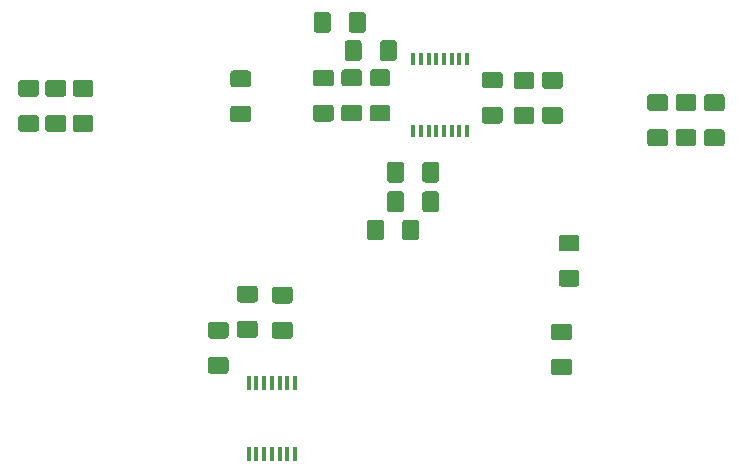
<source format=gbr>
%TF.GenerationSoftware,KiCad,Pcbnew,(5.1.5)-3*%
%TF.CreationDate,2020-11-20T20:43:37+01:00*%
%TF.ProjectId,PCB,5043422e-6b69-4636-9164-5f7063625858,rev?*%
%TF.SameCoordinates,Original*%
%TF.FileFunction,Paste,Bot*%
%TF.FilePolarity,Positive*%
%FSLAX46Y46*%
G04 Gerber Fmt 4.6, Leading zero omitted, Abs format (unit mm)*
G04 Created by KiCad (PCBNEW (5.1.5)-3) date 2020-11-20 20:43:37*
%MOMM*%
%LPD*%
G04 APERTURE LIST*
%ADD10R,0.350000X1.200000*%
%ADD11R,0.400000X1.000000*%
%ADD12C,0.100000*%
G04 APERTURE END LIST*
D10*
%TO.C,U2*%
X92292000Y-159532300D03*
X91642000Y-159532300D03*
X90992000Y-159532300D03*
X90342000Y-159532300D03*
X89692000Y-159532300D03*
X89042000Y-159532300D03*
X88392000Y-159532300D03*
X92292000Y-153531000D03*
X91642000Y-153531000D03*
X90992000Y-153531000D03*
X90342000Y-153531000D03*
X89692000Y-153531000D03*
X89042000Y-153531000D03*
X88392000Y-153531000D03*
%TD*%
D11*
%TO.C,U4*%
X106875000Y-126150000D03*
X106225000Y-126150000D03*
X105575000Y-126150000D03*
X104925000Y-126150000D03*
X104275000Y-126150000D03*
X103625000Y-126150000D03*
X102975000Y-126150000D03*
X102325000Y-126150000D03*
X102325000Y-132250000D03*
X102975000Y-132250000D03*
X103625000Y-132250000D03*
X104275000Y-132250000D03*
X104925000Y-132250000D03*
X105575000Y-132250000D03*
X106225000Y-132250000D03*
X106875000Y-132250000D03*
%TD*%
D12*
%TO.C,R5*%
G36*
X91873404Y-145394704D02*
G01*
X91897673Y-145398304D01*
X91921471Y-145404265D01*
X91944571Y-145412530D01*
X91966749Y-145423020D01*
X91987793Y-145435633D01*
X92007498Y-145450247D01*
X92025677Y-145466723D01*
X92042153Y-145484902D01*
X92056767Y-145504607D01*
X92069380Y-145525651D01*
X92079870Y-145547829D01*
X92088135Y-145570929D01*
X92094096Y-145594727D01*
X92097696Y-145618996D01*
X92098900Y-145643500D01*
X92098900Y-146568500D01*
X92097696Y-146593004D01*
X92094096Y-146617273D01*
X92088135Y-146641071D01*
X92079870Y-146664171D01*
X92069380Y-146686349D01*
X92056767Y-146707393D01*
X92042153Y-146727098D01*
X92025677Y-146745277D01*
X92007498Y-146761753D01*
X91987793Y-146776367D01*
X91966749Y-146788980D01*
X91944571Y-146799470D01*
X91921471Y-146807735D01*
X91897673Y-146813696D01*
X91873404Y-146817296D01*
X91848900Y-146818500D01*
X90598900Y-146818500D01*
X90574396Y-146817296D01*
X90550127Y-146813696D01*
X90526329Y-146807735D01*
X90503229Y-146799470D01*
X90481051Y-146788980D01*
X90460007Y-146776367D01*
X90440302Y-146761753D01*
X90422123Y-146745277D01*
X90405647Y-146727098D01*
X90391033Y-146707393D01*
X90378420Y-146686349D01*
X90367930Y-146664171D01*
X90359665Y-146641071D01*
X90353704Y-146617273D01*
X90350104Y-146593004D01*
X90348900Y-146568500D01*
X90348900Y-145643500D01*
X90350104Y-145618996D01*
X90353704Y-145594727D01*
X90359665Y-145570929D01*
X90367930Y-145547829D01*
X90378420Y-145525651D01*
X90391033Y-145504607D01*
X90405647Y-145484902D01*
X90422123Y-145466723D01*
X90440302Y-145450247D01*
X90460007Y-145435633D01*
X90481051Y-145423020D01*
X90503229Y-145412530D01*
X90526329Y-145404265D01*
X90550127Y-145398304D01*
X90574396Y-145394704D01*
X90598900Y-145393500D01*
X91848900Y-145393500D01*
X91873404Y-145394704D01*
G37*
G36*
X91873404Y-148369704D02*
G01*
X91897673Y-148373304D01*
X91921471Y-148379265D01*
X91944571Y-148387530D01*
X91966749Y-148398020D01*
X91987793Y-148410633D01*
X92007498Y-148425247D01*
X92025677Y-148441723D01*
X92042153Y-148459902D01*
X92056767Y-148479607D01*
X92069380Y-148500651D01*
X92079870Y-148522829D01*
X92088135Y-148545929D01*
X92094096Y-148569727D01*
X92097696Y-148593996D01*
X92098900Y-148618500D01*
X92098900Y-149543500D01*
X92097696Y-149568004D01*
X92094096Y-149592273D01*
X92088135Y-149616071D01*
X92079870Y-149639171D01*
X92069380Y-149661349D01*
X92056767Y-149682393D01*
X92042153Y-149702098D01*
X92025677Y-149720277D01*
X92007498Y-149736753D01*
X91987793Y-149751367D01*
X91966749Y-149763980D01*
X91944571Y-149774470D01*
X91921471Y-149782735D01*
X91897673Y-149788696D01*
X91873404Y-149792296D01*
X91848900Y-149793500D01*
X90598900Y-149793500D01*
X90574396Y-149792296D01*
X90550127Y-149788696D01*
X90526329Y-149782735D01*
X90503229Y-149774470D01*
X90481051Y-149763980D01*
X90460007Y-149751367D01*
X90440302Y-149736753D01*
X90422123Y-149720277D01*
X90405647Y-149702098D01*
X90391033Y-149682393D01*
X90378420Y-149661349D01*
X90367930Y-149639171D01*
X90359665Y-149616071D01*
X90353704Y-149592273D01*
X90350104Y-149568004D01*
X90348900Y-149543500D01*
X90348900Y-148618500D01*
X90350104Y-148593996D01*
X90353704Y-148569727D01*
X90359665Y-148545929D01*
X90367930Y-148522829D01*
X90378420Y-148500651D01*
X90391033Y-148479607D01*
X90405647Y-148459902D01*
X90422123Y-148441723D01*
X90440302Y-148425247D01*
X90460007Y-148410633D01*
X90481051Y-148398020D01*
X90503229Y-148387530D01*
X90526329Y-148379265D01*
X90550127Y-148373304D01*
X90574396Y-148369704D01*
X90598900Y-148368500D01*
X91848900Y-148368500D01*
X91873404Y-148369704D01*
G37*
%TD*%
%TO.C,R6*%
G36*
X88914504Y-145310104D02*
G01*
X88938773Y-145313704D01*
X88962571Y-145319665D01*
X88985671Y-145327930D01*
X89007849Y-145338420D01*
X89028893Y-145351033D01*
X89048598Y-145365647D01*
X89066777Y-145382123D01*
X89083253Y-145400302D01*
X89097867Y-145420007D01*
X89110480Y-145441051D01*
X89120970Y-145463229D01*
X89129235Y-145486329D01*
X89135196Y-145510127D01*
X89138796Y-145534396D01*
X89140000Y-145558900D01*
X89140000Y-146483900D01*
X89138796Y-146508404D01*
X89135196Y-146532673D01*
X89129235Y-146556471D01*
X89120970Y-146579571D01*
X89110480Y-146601749D01*
X89097867Y-146622793D01*
X89083253Y-146642498D01*
X89066777Y-146660677D01*
X89048598Y-146677153D01*
X89028893Y-146691767D01*
X89007849Y-146704380D01*
X88985671Y-146714870D01*
X88962571Y-146723135D01*
X88938773Y-146729096D01*
X88914504Y-146732696D01*
X88890000Y-146733900D01*
X87640000Y-146733900D01*
X87615496Y-146732696D01*
X87591227Y-146729096D01*
X87567429Y-146723135D01*
X87544329Y-146714870D01*
X87522151Y-146704380D01*
X87501107Y-146691767D01*
X87481402Y-146677153D01*
X87463223Y-146660677D01*
X87446747Y-146642498D01*
X87432133Y-146622793D01*
X87419520Y-146601749D01*
X87409030Y-146579571D01*
X87400765Y-146556471D01*
X87394804Y-146532673D01*
X87391204Y-146508404D01*
X87390000Y-146483900D01*
X87390000Y-145558900D01*
X87391204Y-145534396D01*
X87394804Y-145510127D01*
X87400765Y-145486329D01*
X87409030Y-145463229D01*
X87419520Y-145441051D01*
X87432133Y-145420007D01*
X87446747Y-145400302D01*
X87463223Y-145382123D01*
X87481402Y-145365647D01*
X87501107Y-145351033D01*
X87522151Y-145338420D01*
X87544329Y-145327930D01*
X87567429Y-145319665D01*
X87591227Y-145313704D01*
X87615496Y-145310104D01*
X87640000Y-145308900D01*
X88890000Y-145308900D01*
X88914504Y-145310104D01*
G37*
G36*
X88914504Y-148285104D02*
G01*
X88938773Y-148288704D01*
X88962571Y-148294665D01*
X88985671Y-148302930D01*
X89007849Y-148313420D01*
X89028893Y-148326033D01*
X89048598Y-148340647D01*
X89066777Y-148357123D01*
X89083253Y-148375302D01*
X89097867Y-148395007D01*
X89110480Y-148416051D01*
X89120970Y-148438229D01*
X89129235Y-148461329D01*
X89135196Y-148485127D01*
X89138796Y-148509396D01*
X89140000Y-148533900D01*
X89140000Y-149458900D01*
X89138796Y-149483404D01*
X89135196Y-149507673D01*
X89129235Y-149531471D01*
X89120970Y-149554571D01*
X89110480Y-149576749D01*
X89097867Y-149597793D01*
X89083253Y-149617498D01*
X89066777Y-149635677D01*
X89048598Y-149652153D01*
X89028893Y-149666767D01*
X89007849Y-149679380D01*
X88985671Y-149689870D01*
X88962571Y-149698135D01*
X88938773Y-149704096D01*
X88914504Y-149707696D01*
X88890000Y-149708900D01*
X87640000Y-149708900D01*
X87615496Y-149707696D01*
X87591227Y-149704096D01*
X87567429Y-149698135D01*
X87544329Y-149689870D01*
X87522151Y-149679380D01*
X87501107Y-149666767D01*
X87481402Y-149652153D01*
X87463223Y-149635677D01*
X87446747Y-149617498D01*
X87432133Y-149597793D01*
X87419520Y-149576749D01*
X87409030Y-149554571D01*
X87400765Y-149531471D01*
X87394804Y-149507673D01*
X87391204Y-149483404D01*
X87390000Y-149458900D01*
X87390000Y-148533900D01*
X87391204Y-148509396D01*
X87394804Y-148485127D01*
X87400765Y-148461329D01*
X87409030Y-148438229D01*
X87419520Y-148416051D01*
X87432133Y-148395007D01*
X87446747Y-148375302D01*
X87463223Y-148357123D01*
X87481402Y-148340647D01*
X87501107Y-148326033D01*
X87522151Y-148313420D01*
X87544329Y-148302930D01*
X87567429Y-148294665D01*
X87591227Y-148288704D01*
X87615496Y-148285104D01*
X87640000Y-148283900D01*
X88890000Y-148283900D01*
X88914504Y-148285104D01*
G37*
%TD*%
%TO.C,R21*%
G36*
X97712004Y-124526204D02*
G01*
X97736273Y-124529804D01*
X97760071Y-124535765D01*
X97783171Y-124544030D01*
X97805349Y-124554520D01*
X97826393Y-124567133D01*
X97846098Y-124581747D01*
X97864277Y-124598223D01*
X97880753Y-124616402D01*
X97895367Y-124636107D01*
X97907980Y-124657151D01*
X97918470Y-124679329D01*
X97926735Y-124702429D01*
X97932696Y-124726227D01*
X97936296Y-124750496D01*
X97937500Y-124775000D01*
X97937500Y-126025000D01*
X97936296Y-126049504D01*
X97932696Y-126073773D01*
X97926735Y-126097571D01*
X97918470Y-126120671D01*
X97907980Y-126142849D01*
X97895367Y-126163893D01*
X97880753Y-126183598D01*
X97864277Y-126201777D01*
X97846098Y-126218253D01*
X97826393Y-126232867D01*
X97805349Y-126245480D01*
X97783171Y-126255970D01*
X97760071Y-126264235D01*
X97736273Y-126270196D01*
X97712004Y-126273796D01*
X97687500Y-126275000D01*
X96762500Y-126275000D01*
X96737996Y-126273796D01*
X96713727Y-126270196D01*
X96689929Y-126264235D01*
X96666829Y-126255970D01*
X96644651Y-126245480D01*
X96623607Y-126232867D01*
X96603902Y-126218253D01*
X96585723Y-126201777D01*
X96569247Y-126183598D01*
X96554633Y-126163893D01*
X96542020Y-126142849D01*
X96531530Y-126120671D01*
X96523265Y-126097571D01*
X96517304Y-126073773D01*
X96513704Y-126049504D01*
X96512500Y-126025000D01*
X96512500Y-124775000D01*
X96513704Y-124750496D01*
X96517304Y-124726227D01*
X96523265Y-124702429D01*
X96531530Y-124679329D01*
X96542020Y-124657151D01*
X96554633Y-124636107D01*
X96569247Y-124616402D01*
X96585723Y-124598223D01*
X96603902Y-124581747D01*
X96623607Y-124567133D01*
X96644651Y-124554520D01*
X96666829Y-124544030D01*
X96689929Y-124535765D01*
X96713727Y-124529804D01*
X96737996Y-124526204D01*
X96762500Y-124525000D01*
X97687500Y-124525000D01*
X97712004Y-124526204D01*
G37*
G36*
X100687004Y-124526204D02*
G01*
X100711273Y-124529804D01*
X100735071Y-124535765D01*
X100758171Y-124544030D01*
X100780349Y-124554520D01*
X100801393Y-124567133D01*
X100821098Y-124581747D01*
X100839277Y-124598223D01*
X100855753Y-124616402D01*
X100870367Y-124636107D01*
X100882980Y-124657151D01*
X100893470Y-124679329D01*
X100901735Y-124702429D01*
X100907696Y-124726227D01*
X100911296Y-124750496D01*
X100912500Y-124775000D01*
X100912500Y-126025000D01*
X100911296Y-126049504D01*
X100907696Y-126073773D01*
X100901735Y-126097571D01*
X100893470Y-126120671D01*
X100882980Y-126142849D01*
X100870367Y-126163893D01*
X100855753Y-126183598D01*
X100839277Y-126201777D01*
X100821098Y-126218253D01*
X100801393Y-126232867D01*
X100780349Y-126245480D01*
X100758171Y-126255970D01*
X100735071Y-126264235D01*
X100711273Y-126270196D01*
X100687004Y-126273796D01*
X100662500Y-126275000D01*
X99737500Y-126275000D01*
X99712996Y-126273796D01*
X99688727Y-126270196D01*
X99664929Y-126264235D01*
X99641829Y-126255970D01*
X99619651Y-126245480D01*
X99598607Y-126232867D01*
X99578902Y-126218253D01*
X99560723Y-126201777D01*
X99544247Y-126183598D01*
X99529633Y-126163893D01*
X99517020Y-126142849D01*
X99506530Y-126120671D01*
X99498265Y-126097571D01*
X99492304Y-126073773D01*
X99488704Y-126049504D01*
X99487500Y-126025000D01*
X99487500Y-124775000D01*
X99488704Y-124750496D01*
X99492304Y-124726227D01*
X99498265Y-124702429D01*
X99506530Y-124679329D01*
X99517020Y-124657151D01*
X99529633Y-124636107D01*
X99544247Y-124616402D01*
X99560723Y-124598223D01*
X99578902Y-124581747D01*
X99598607Y-124567133D01*
X99619651Y-124554520D01*
X99641829Y-124544030D01*
X99664929Y-124535765D01*
X99688727Y-124529804D01*
X99712996Y-124526204D01*
X99737500Y-124525000D01*
X100662500Y-124525000D01*
X100687004Y-124526204D01*
G37*
%TD*%
%TO.C,R9*%
G36*
X86450704Y-148361304D02*
G01*
X86474973Y-148364904D01*
X86498771Y-148370865D01*
X86521871Y-148379130D01*
X86544049Y-148389620D01*
X86565093Y-148402233D01*
X86584798Y-148416847D01*
X86602977Y-148433323D01*
X86619453Y-148451502D01*
X86634067Y-148471207D01*
X86646680Y-148492251D01*
X86657170Y-148514429D01*
X86665435Y-148537529D01*
X86671396Y-148561327D01*
X86674996Y-148585596D01*
X86676200Y-148610100D01*
X86676200Y-149535100D01*
X86674996Y-149559604D01*
X86671396Y-149583873D01*
X86665435Y-149607671D01*
X86657170Y-149630771D01*
X86646680Y-149652949D01*
X86634067Y-149673993D01*
X86619453Y-149693698D01*
X86602977Y-149711877D01*
X86584798Y-149728353D01*
X86565093Y-149742967D01*
X86544049Y-149755580D01*
X86521871Y-149766070D01*
X86498771Y-149774335D01*
X86474973Y-149780296D01*
X86450704Y-149783896D01*
X86426200Y-149785100D01*
X85176200Y-149785100D01*
X85151696Y-149783896D01*
X85127427Y-149780296D01*
X85103629Y-149774335D01*
X85080529Y-149766070D01*
X85058351Y-149755580D01*
X85037307Y-149742967D01*
X85017602Y-149728353D01*
X84999423Y-149711877D01*
X84982947Y-149693698D01*
X84968333Y-149673993D01*
X84955720Y-149652949D01*
X84945230Y-149630771D01*
X84936965Y-149607671D01*
X84931004Y-149583873D01*
X84927404Y-149559604D01*
X84926200Y-149535100D01*
X84926200Y-148610100D01*
X84927404Y-148585596D01*
X84931004Y-148561327D01*
X84936965Y-148537529D01*
X84945230Y-148514429D01*
X84955720Y-148492251D01*
X84968333Y-148471207D01*
X84982947Y-148451502D01*
X84999423Y-148433323D01*
X85017602Y-148416847D01*
X85037307Y-148402233D01*
X85058351Y-148389620D01*
X85080529Y-148379130D01*
X85103629Y-148370865D01*
X85127427Y-148364904D01*
X85151696Y-148361304D01*
X85176200Y-148360100D01*
X86426200Y-148360100D01*
X86450704Y-148361304D01*
G37*
G36*
X86450704Y-151336304D02*
G01*
X86474973Y-151339904D01*
X86498771Y-151345865D01*
X86521871Y-151354130D01*
X86544049Y-151364620D01*
X86565093Y-151377233D01*
X86584798Y-151391847D01*
X86602977Y-151408323D01*
X86619453Y-151426502D01*
X86634067Y-151446207D01*
X86646680Y-151467251D01*
X86657170Y-151489429D01*
X86665435Y-151512529D01*
X86671396Y-151536327D01*
X86674996Y-151560596D01*
X86676200Y-151585100D01*
X86676200Y-152510100D01*
X86674996Y-152534604D01*
X86671396Y-152558873D01*
X86665435Y-152582671D01*
X86657170Y-152605771D01*
X86646680Y-152627949D01*
X86634067Y-152648993D01*
X86619453Y-152668698D01*
X86602977Y-152686877D01*
X86584798Y-152703353D01*
X86565093Y-152717967D01*
X86544049Y-152730580D01*
X86521871Y-152741070D01*
X86498771Y-152749335D01*
X86474973Y-152755296D01*
X86450704Y-152758896D01*
X86426200Y-152760100D01*
X85176200Y-152760100D01*
X85151696Y-152758896D01*
X85127427Y-152755296D01*
X85103629Y-152749335D01*
X85080529Y-152741070D01*
X85058351Y-152730580D01*
X85037307Y-152717967D01*
X85017602Y-152703353D01*
X84999423Y-152686877D01*
X84982947Y-152668698D01*
X84968333Y-152648993D01*
X84955720Y-152627949D01*
X84945230Y-152605771D01*
X84936965Y-152582671D01*
X84931004Y-152558873D01*
X84927404Y-152534604D01*
X84926200Y-152510100D01*
X84926200Y-151585100D01*
X84927404Y-151560596D01*
X84931004Y-151536327D01*
X84936965Y-151512529D01*
X84945230Y-151489429D01*
X84955720Y-151467251D01*
X84968333Y-151446207D01*
X84982947Y-151426502D01*
X84999423Y-151408323D01*
X85017602Y-151391847D01*
X85037307Y-151377233D01*
X85058351Y-151364620D01*
X85080529Y-151354130D01*
X85103629Y-151345865D01*
X85127427Y-151339904D01*
X85151696Y-151336304D01*
X85176200Y-151335100D01*
X86426200Y-151335100D01*
X86450704Y-151336304D01*
G37*
%TD*%
%TO.C,R4*%
G36*
X116149504Y-140988704D02*
G01*
X116173773Y-140992304D01*
X116197571Y-140998265D01*
X116220671Y-141006530D01*
X116242849Y-141017020D01*
X116263893Y-141029633D01*
X116283598Y-141044247D01*
X116301777Y-141060723D01*
X116318253Y-141078902D01*
X116332867Y-141098607D01*
X116345480Y-141119651D01*
X116355970Y-141141829D01*
X116364235Y-141164929D01*
X116370196Y-141188727D01*
X116373796Y-141212996D01*
X116375000Y-141237500D01*
X116375000Y-142162500D01*
X116373796Y-142187004D01*
X116370196Y-142211273D01*
X116364235Y-142235071D01*
X116355970Y-142258171D01*
X116345480Y-142280349D01*
X116332867Y-142301393D01*
X116318253Y-142321098D01*
X116301777Y-142339277D01*
X116283598Y-142355753D01*
X116263893Y-142370367D01*
X116242849Y-142382980D01*
X116220671Y-142393470D01*
X116197571Y-142401735D01*
X116173773Y-142407696D01*
X116149504Y-142411296D01*
X116125000Y-142412500D01*
X114875000Y-142412500D01*
X114850496Y-142411296D01*
X114826227Y-142407696D01*
X114802429Y-142401735D01*
X114779329Y-142393470D01*
X114757151Y-142382980D01*
X114736107Y-142370367D01*
X114716402Y-142355753D01*
X114698223Y-142339277D01*
X114681747Y-142321098D01*
X114667133Y-142301393D01*
X114654520Y-142280349D01*
X114644030Y-142258171D01*
X114635765Y-142235071D01*
X114629804Y-142211273D01*
X114626204Y-142187004D01*
X114625000Y-142162500D01*
X114625000Y-141237500D01*
X114626204Y-141212996D01*
X114629804Y-141188727D01*
X114635765Y-141164929D01*
X114644030Y-141141829D01*
X114654520Y-141119651D01*
X114667133Y-141098607D01*
X114681747Y-141078902D01*
X114698223Y-141060723D01*
X114716402Y-141044247D01*
X114736107Y-141029633D01*
X114757151Y-141017020D01*
X114779329Y-141006530D01*
X114802429Y-140998265D01*
X114826227Y-140992304D01*
X114850496Y-140988704D01*
X114875000Y-140987500D01*
X116125000Y-140987500D01*
X116149504Y-140988704D01*
G37*
G36*
X116149504Y-143963704D02*
G01*
X116173773Y-143967304D01*
X116197571Y-143973265D01*
X116220671Y-143981530D01*
X116242849Y-143992020D01*
X116263893Y-144004633D01*
X116283598Y-144019247D01*
X116301777Y-144035723D01*
X116318253Y-144053902D01*
X116332867Y-144073607D01*
X116345480Y-144094651D01*
X116355970Y-144116829D01*
X116364235Y-144139929D01*
X116370196Y-144163727D01*
X116373796Y-144187996D01*
X116375000Y-144212500D01*
X116375000Y-145137500D01*
X116373796Y-145162004D01*
X116370196Y-145186273D01*
X116364235Y-145210071D01*
X116355970Y-145233171D01*
X116345480Y-145255349D01*
X116332867Y-145276393D01*
X116318253Y-145296098D01*
X116301777Y-145314277D01*
X116283598Y-145330753D01*
X116263893Y-145345367D01*
X116242849Y-145357980D01*
X116220671Y-145368470D01*
X116197571Y-145376735D01*
X116173773Y-145382696D01*
X116149504Y-145386296D01*
X116125000Y-145387500D01*
X114875000Y-145387500D01*
X114850496Y-145386296D01*
X114826227Y-145382696D01*
X114802429Y-145376735D01*
X114779329Y-145368470D01*
X114757151Y-145357980D01*
X114736107Y-145345367D01*
X114716402Y-145330753D01*
X114698223Y-145314277D01*
X114681747Y-145296098D01*
X114667133Y-145276393D01*
X114654520Y-145255349D01*
X114644030Y-145233171D01*
X114635765Y-145210071D01*
X114629804Y-145186273D01*
X114626204Y-145162004D01*
X114625000Y-145137500D01*
X114625000Y-144212500D01*
X114626204Y-144187996D01*
X114629804Y-144163727D01*
X114635765Y-144139929D01*
X114644030Y-144116829D01*
X114654520Y-144094651D01*
X114667133Y-144073607D01*
X114681747Y-144053902D01*
X114698223Y-144035723D01*
X114716402Y-144019247D01*
X114736107Y-144004633D01*
X114757151Y-143992020D01*
X114779329Y-143981530D01*
X114802429Y-143973265D01*
X114826227Y-143967304D01*
X114850496Y-143963704D01*
X114875000Y-143962500D01*
X116125000Y-143962500D01*
X116149504Y-143963704D01*
G37*
%TD*%
%TO.C,C40*%
G36*
X100149504Y-127001204D02*
G01*
X100173773Y-127004804D01*
X100197571Y-127010765D01*
X100220671Y-127019030D01*
X100242849Y-127029520D01*
X100263893Y-127042133D01*
X100283598Y-127056747D01*
X100301777Y-127073223D01*
X100318253Y-127091402D01*
X100332867Y-127111107D01*
X100345480Y-127132151D01*
X100355970Y-127154329D01*
X100364235Y-127177429D01*
X100370196Y-127201227D01*
X100373796Y-127225496D01*
X100375000Y-127250000D01*
X100375000Y-128175000D01*
X100373796Y-128199504D01*
X100370196Y-128223773D01*
X100364235Y-128247571D01*
X100355970Y-128270671D01*
X100345480Y-128292849D01*
X100332867Y-128313893D01*
X100318253Y-128333598D01*
X100301777Y-128351777D01*
X100283598Y-128368253D01*
X100263893Y-128382867D01*
X100242849Y-128395480D01*
X100220671Y-128405970D01*
X100197571Y-128414235D01*
X100173773Y-128420196D01*
X100149504Y-128423796D01*
X100125000Y-128425000D01*
X98875000Y-128425000D01*
X98850496Y-128423796D01*
X98826227Y-128420196D01*
X98802429Y-128414235D01*
X98779329Y-128405970D01*
X98757151Y-128395480D01*
X98736107Y-128382867D01*
X98716402Y-128368253D01*
X98698223Y-128351777D01*
X98681747Y-128333598D01*
X98667133Y-128313893D01*
X98654520Y-128292849D01*
X98644030Y-128270671D01*
X98635765Y-128247571D01*
X98629804Y-128223773D01*
X98626204Y-128199504D01*
X98625000Y-128175000D01*
X98625000Y-127250000D01*
X98626204Y-127225496D01*
X98629804Y-127201227D01*
X98635765Y-127177429D01*
X98644030Y-127154329D01*
X98654520Y-127132151D01*
X98667133Y-127111107D01*
X98681747Y-127091402D01*
X98698223Y-127073223D01*
X98716402Y-127056747D01*
X98736107Y-127042133D01*
X98757151Y-127029520D01*
X98779329Y-127019030D01*
X98802429Y-127010765D01*
X98826227Y-127004804D01*
X98850496Y-127001204D01*
X98875000Y-127000000D01*
X100125000Y-127000000D01*
X100149504Y-127001204D01*
G37*
G36*
X100149504Y-129976204D02*
G01*
X100173773Y-129979804D01*
X100197571Y-129985765D01*
X100220671Y-129994030D01*
X100242849Y-130004520D01*
X100263893Y-130017133D01*
X100283598Y-130031747D01*
X100301777Y-130048223D01*
X100318253Y-130066402D01*
X100332867Y-130086107D01*
X100345480Y-130107151D01*
X100355970Y-130129329D01*
X100364235Y-130152429D01*
X100370196Y-130176227D01*
X100373796Y-130200496D01*
X100375000Y-130225000D01*
X100375000Y-131150000D01*
X100373796Y-131174504D01*
X100370196Y-131198773D01*
X100364235Y-131222571D01*
X100355970Y-131245671D01*
X100345480Y-131267849D01*
X100332867Y-131288893D01*
X100318253Y-131308598D01*
X100301777Y-131326777D01*
X100283598Y-131343253D01*
X100263893Y-131357867D01*
X100242849Y-131370480D01*
X100220671Y-131380970D01*
X100197571Y-131389235D01*
X100173773Y-131395196D01*
X100149504Y-131398796D01*
X100125000Y-131400000D01*
X98875000Y-131400000D01*
X98850496Y-131398796D01*
X98826227Y-131395196D01*
X98802429Y-131389235D01*
X98779329Y-131380970D01*
X98757151Y-131370480D01*
X98736107Y-131357867D01*
X98716402Y-131343253D01*
X98698223Y-131326777D01*
X98681747Y-131308598D01*
X98667133Y-131288893D01*
X98654520Y-131267849D01*
X98644030Y-131245671D01*
X98635765Y-131222571D01*
X98629804Y-131198773D01*
X98626204Y-131174504D01*
X98625000Y-131150000D01*
X98625000Y-130225000D01*
X98626204Y-130200496D01*
X98629804Y-130176227D01*
X98635765Y-130152429D01*
X98644030Y-130129329D01*
X98654520Y-130107151D01*
X98667133Y-130086107D01*
X98681747Y-130066402D01*
X98698223Y-130048223D01*
X98716402Y-130031747D01*
X98736107Y-130017133D01*
X98757151Y-130004520D01*
X98779329Y-129994030D01*
X98802429Y-129985765D01*
X98826227Y-129979804D01*
X98850496Y-129976204D01*
X98875000Y-129975000D01*
X100125000Y-129975000D01*
X100149504Y-129976204D01*
G37*
%TD*%
%TO.C,C39*%
G36*
X95349504Y-127013704D02*
G01*
X95373773Y-127017304D01*
X95397571Y-127023265D01*
X95420671Y-127031530D01*
X95442849Y-127042020D01*
X95463893Y-127054633D01*
X95483598Y-127069247D01*
X95501777Y-127085723D01*
X95518253Y-127103902D01*
X95532867Y-127123607D01*
X95545480Y-127144651D01*
X95555970Y-127166829D01*
X95564235Y-127189929D01*
X95570196Y-127213727D01*
X95573796Y-127237996D01*
X95575000Y-127262500D01*
X95575000Y-128187500D01*
X95573796Y-128212004D01*
X95570196Y-128236273D01*
X95564235Y-128260071D01*
X95555970Y-128283171D01*
X95545480Y-128305349D01*
X95532867Y-128326393D01*
X95518253Y-128346098D01*
X95501777Y-128364277D01*
X95483598Y-128380753D01*
X95463893Y-128395367D01*
X95442849Y-128407980D01*
X95420671Y-128418470D01*
X95397571Y-128426735D01*
X95373773Y-128432696D01*
X95349504Y-128436296D01*
X95325000Y-128437500D01*
X94075000Y-128437500D01*
X94050496Y-128436296D01*
X94026227Y-128432696D01*
X94002429Y-128426735D01*
X93979329Y-128418470D01*
X93957151Y-128407980D01*
X93936107Y-128395367D01*
X93916402Y-128380753D01*
X93898223Y-128364277D01*
X93881747Y-128346098D01*
X93867133Y-128326393D01*
X93854520Y-128305349D01*
X93844030Y-128283171D01*
X93835765Y-128260071D01*
X93829804Y-128236273D01*
X93826204Y-128212004D01*
X93825000Y-128187500D01*
X93825000Y-127262500D01*
X93826204Y-127237996D01*
X93829804Y-127213727D01*
X93835765Y-127189929D01*
X93844030Y-127166829D01*
X93854520Y-127144651D01*
X93867133Y-127123607D01*
X93881747Y-127103902D01*
X93898223Y-127085723D01*
X93916402Y-127069247D01*
X93936107Y-127054633D01*
X93957151Y-127042020D01*
X93979329Y-127031530D01*
X94002429Y-127023265D01*
X94026227Y-127017304D01*
X94050496Y-127013704D01*
X94075000Y-127012500D01*
X95325000Y-127012500D01*
X95349504Y-127013704D01*
G37*
G36*
X95349504Y-129988704D02*
G01*
X95373773Y-129992304D01*
X95397571Y-129998265D01*
X95420671Y-130006530D01*
X95442849Y-130017020D01*
X95463893Y-130029633D01*
X95483598Y-130044247D01*
X95501777Y-130060723D01*
X95518253Y-130078902D01*
X95532867Y-130098607D01*
X95545480Y-130119651D01*
X95555970Y-130141829D01*
X95564235Y-130164929D01*
X95570196Y-130188727D01*
X95573796Y-130212996D01*
X95575000Y-130237500D01*
X95575000Y-131162500D01*
X95573796Y-131187004D01*
X95570196Y-131211273D01*
X95564235Y-131235071D01*
X95555970Y-131258171D01*
X95545480Y-131280349D01*
X95532867Y-131301393D01*
X95518253Y-131321098D01*
X95501777Y-131339277D01*
X95483598Y-131355753D01*
X95463893Y-131370367D01*
X95442849Y-131382980D01*
X95420671Y-131393470D01*
X95397571Y-131401735D01*
X95373773Y-131407696D01*
X95349504Y-131411296D01*
X95325000Y-131412500D01*
X94075000Y-131412500D01*
X94050496Y-131411296D01*
X94026227Y-131407696D01*
X94002429Y-131401735D01*
X93979329Y-131393470D01*
X93957151Y-131382980D01*
X93936107Y-131370367D01*
X93916402Y-131355753D01*
X93898223Y-131339277D01*
X93881747Y-131321098D01*
X93867133Y-131301393D01*
X93854520Y-131280349D01*
X93844030Y-131258171D01*
X93835765Y-131235071D01*
X93829804Y-131211273D01*
X93826204Y-131187004D01*
X93825000Y-131162500D01*
X93825000Y-130237500D01*
X93826204Y-130212996D01*
X93829804Y-130188727D01*
X93835765Y-130164929D01*
X93844030Y-130141829D01*
X93854520Y-130119651D01*
X93867133Y-130098607D01*
X93881747Y-130078902D01*
X93898223Y-130060723D01*
X93916402Y-130044247D01*
X93936107Y-130029633D01*
X93957151Y-130017020D01*
X93979329Y-130006530D01*
X94002429Y-129998265D01*
X94026227Y-129992304D01*
X94050496Y-129988704D01*
X94075000Y-129987500D01*
X95325000Y-129987500D01*
X95349504Y-129988704D01*
G37*
%TD*%
%TO.C,C38*%
G36*
X97749504Y-127001204D02*
G01*
X97773773Y-127004804D01*
X97797571Y-127010765D01*
X97820671Y-127019030D01*
X97842849Y-127029520D01*
X97863893Y-127042133D01*
X97883598Y-127056747D01*
X97901777Y-127073223D01*
X97918253Y-127091402D01*
X97932867Y-127111107D01*
X97945480Y-127132151D01*
X97955970Y-127154329D01*
X97964235Y-127177429D01*
X97970196Y-127201227D01*
X97973796Y-127225496D01*
X97975000Y-127250000D01*
X97975000Y-128175000D01*
X97973796Y-128199504D01*
X97970196Y-128223773D01*
X97964235Y-128247571D01*
X97955970Y-128270671D01*
X97945480Y-128292849D01*
X97932867Y-128313893D01*
X97918253Y-128333598D01*
X97901777Y-128351777D01*
X97883598Y-128368253D01*
X97863893Y-128382867D01*
X97842849Y-128395480D01*
X97820671Y-128405970D01*
X97797571Y-128414235D01*
X97773773Y-128420196D01*
X97749504Y-128423796D01*
X97725000Y-128425000D01*
X96475000Y-128425000D01*
X96450496Y-128423796D01*
X96426227Y-128420196D01*
X96402429Y-128414235D01*
X96379329Y-128405970D01*
X96357151Y-128395480D01*
X96336107Y-128382867D01*
X96316402Y-128368253D01*
X96298223Y-128351777D01*
X96281747Y-128333598D01*
X96267133Y-128313893D01*
X96254520Y-128292849D01*
X96244030Y-128270671D01*
X96235765Y-128247571D01*
X96229804Y-128223773D01*
X96226204Y-128199504D01*
X96225000Y-128175000D01*
X96225000Y-127250000D01*
X96226204Y-127225496D01*
X96229804Y-127201227D01*
X96235765Y-127177429D01*
X96244030Y-127154329D01*
X96254520Y-127132151D01*
X96267133Y-127111107D01*
X96281747Y-127091402D01*
X96298223Y-127073223D01*
X96316402Y-127056747D01*
X96336107Y-127042133D01*
X96357151Y-127029520D01*
X96379329Y-127019030D01*
X96402429Y-127010765D01*
X96426227Y-127004804D01*
X96450496Y-127001204D01*
X96475000Y-127000000D01*
X97725000Y-127000000D01*
X97749504Y-127001204D01*
G37*
G36*
X97749504Y-129976204D02*
G01*
X97773773Y-129979804D01*
X97797571Y-129985765D01*
X97820671Y-129994030D01*
X97842849Y-130004520D01*
X97863893Y-130017133D01*
X97883598Y-130031747D01*
X97901777Y-130048223D01*
X97918253Y-130066402D01*
X97932867Y-130086107D01*
X97945480Y-130107151D01*
X97955970Y-130129329D01*
X97964235Y-130152429D01*
X97970196Y-130176227D01*
X97973796Y-130200496D01*
X97975000Y-130225000D01*
X97975000Y-131150000D01*
X97973796Y-131174504D01*
X97970196Y-131198773D01*
X97964235Y-131222571D01*
X97955970Y-131245671D01*
X97945480Y-131267849D01*
X97932867Y-131288893D01*
X97918253Y-131308598D01*
X97901777Y-131326777D01*
X97883598Y-131343253D01*
X97863893Y-131357867D01*
X97842849Y-131370480D01*
X97820671Y-131380970D01*
X97797571Y-131389235D01*
X97773773Y-131395196D01*
X97749504Y-131398796D01*
X97725000Y-131400000D01*
X96475000Y-131400000D01*
X96450496Y-131398796D01*
X96426227Y-131395196D01*
X96402429Y-131389235D01*
X96379329Y-131380970D01*
X96357151Y-131370480D01*
X96336107Y-131357867D01*
X96316402Y-131343253D01*
X96298223Y-131326777D01*
X96281747Y-131308598D01*
X96267133Y-131288893D01*
X96254520Y-131267849D01*
X96244030Y-131245671D01*
X96235765Y-131222571D01*
X96229804Y-131198773D01*
X96226204Y-131174504D01*
X96225000Y-131150000D01*
X96225000Y-130225000D01*
X96226204Y-130200496D01*
X96229804Y-130176227D01*
X96235765Y-130152429D01*
X96244030Y-130129329D01*
X96254520Y-130107151D01*
X96267133Y-130086107D01*
X96281747Y-130066402D01*
X96298223Y-130048223D01*
X96316402Y-130031747D01*
X96336107Y-130017133D01*
X96357151Y-130004520D01*
X96379329Y-129994030D01*
X96402429Y-129985765D01*
X96426227Y-129979804D01*
X96450496Y-129976204D01*
X96475000Y-129975000D01*
X97725000Y-129975000D01*
X97749504Y-129976204D01*
G37*
%TD*%
%TO.C,C36*%
G36*
X109649504Y-127188704D02*
G01*
X109673773Y-127192304D01*
X109697571Y-127198265D01*
X109720671Y-127206530D01*
X109742849Y-127217020D01*
X109763893Y-127229633D01*
X109783598Y-127244247D01*
X109801777Y-127260723D01*
X109818253Y-127278902D01*
X109832867Y-127298607D01*
X109845480Y-127319651D01*
X109855970Y-127341829D01*
X109864235Y-127364929D01*
X109870196Y-127388727D01*
X109873796Y-127412996D01*
X109875000Y-127437500D01*
X109875000Y-128362500D01*
X109873796Y-128387004D01*
X109870196Y-128411273D01*
X109864235Y-128435071D01*
X109855970Y-128458171D01*
X109845480Y-128480349D01*
X109832867Y-128501393D01*
X109818253Y-128521098D01*
X109801777Y-128539277D01*
X109783598Y-128555753D01*
X109763893Y-128570367D01*
X109742849Y-128582980D01*
X109720671Y-128593470D01*
X109697571Y-128601735D01*
X109673773Y-128607696D01*
X109649504Y-128611296D01*
X109625000Y-128612500D01*
X108375000Y-128612500D01*
X108350496Y-128611296D01*
X108326227Y-128607696D01*
X108302429Y-128601735D01*
X108279329Y-128593470D01*
X108257151Y-128582980D01*
X108236107Y-128570367D01*
X108216402Y-128555753D01*
X108198223Y-128539277D01*
X108181747Y-128521098D01*
X108167133Y-128501393D01*
X108154520Y-128480349D01*
X108144030Y-128458171D01*
X108135765Y-128435071D01*
X108129804Y-128411273D01*
X108126204Y-128387004D01*
X108125000Y-128362500D01*
X108125000Y-127437500D01*
X108126204Y-127412996D01*
X108129804Y-127388727D01*
X108135765Y-127364929D01*
X108144030Y-127341829D01*
X108154520Y-127319651D01*
X108167133Y-127298607D01*
X108181747Y-127278902D01*
X108198223Y-127260723D01*
X108216402Y-127244247D01*
X108236107Y-127229633D01*
X108257151Y-127217020D01*
X108279329Y-127206530D01*
X108302429Y-127198265D01*
X108326227Y-127192304D01*
X108350496Y-127188704D01*
X108375000Y-127187500D01*
X109625000Y-127187500D01*
X109649504Y-127188704D01*
G37*
G36*
X109649504Y-130163704D02*
G01*
X109673773Y-130167304D01*
X109697571Y-130173265D01*
X109720671Y-130181530D01*
X109742849Y-130192020D01*
X109763893Y-130204633D01*
X109783598Y-130219247D01*
X109801777Y-130235723D01*
X109818253Y-130253902D01*
X109832867Y-130273607D01*
X109845480Y-130294651D01*
X109855970Y-130316829D01*
X109864235Y-130339929D01*
X109870196Y-130363727D01*
X109873796Y-130387996D01*
X109875000Y-130412500D01*
X109875000Y-131337500D01*
X109873796Y-131362004D01*
X109870196Y-131386273D01*
X109864235Y-131410071D01*
X109855970Y-131433171D01*
X109845480Y-131455349D01*
X109832867Y-131476393D01*
X109818253Y-131496098D01*
X109801777Y-131514277D01*
X109783598Y-131530753D01*
X109763893Y-131545367D01*
X109742849Y-131557980D01*
X109720671Y-131568470D01*
X109697571Y-131576735D01*
X109673773Y-131582696D01*
X109649504Y-131586296D01*
X109625000Y-131587500D01*
X108375000Y-131587500D01*
X108350496Y-131586296D01*
X108326227Y-131582696D01*
X108302429Y-131576735D01*
X108279329Y-131568470D01*
X108257151Y-131557980D01*
X108236107Y-131545367D01*
X108216402Y-131530753D01*
X108198223Y-131514277D01*
X108181747Y-131496098D01*
X108167133Y-131476393D01*
X108154520Y-131455349D01*
X108144030Y-131433171D01*
X108135765Y-131410071D01*
X108129804Y-131386273D01*
X108126204Y-131362004D01*
X108125000Y-131337500D01*
X108125000Y-130412500D01*
X108126204Y-130387996D01*
X108129804Y-130363727D01*
X108135765Y-130339929D01*
X108144030Y-130316829D01*
X108154520Y-130294651D01*
X108167133Y-130273607D01*
X108181747Y-130253902D01*
X108198223Y-130235723D01*
X108216402Y-130219247D01*
X108236107Y-130204633D01*
X108257151Y-130192020D01*
X108279329Y-130181530D01*
X108302429Y-130173265D01*
X108326227Y-130167304D01*
X108350496Y-130163704D01*
X108375000Y-130162500D01*
X109625000Y-130162500D01*
X109649504Y-130163704D01*
G37*
%TD*%
%TO.C,C35*%
G36*
X112349504Y-127213704D02*
G01*
X112373773Y-127217304D01*
X112397571Y-127223265D01*
X112420671Y-127231530D01*
X112442849Y-127242020D01*
X112463893Y-127254633D01*
X112483598Y-127269247D01*
X112501777Y-127285723D01*
X112518253Y-127303902D01*
X112532867Y-127323607D01*
X112545480Y-127344651D01*
X112555970Y-127366829D01*
X112564235Y-127389929D01*
X112570196Y-127413727D01*
X112573796Y-127437996D01*
X112575000Y-127462500D01*
X112575000Y-128387500D01*
X112573796Y-128412004D01*
X112570196Y-128436273D01*
X112564235Y-128460071D01*
X112555970Y-128483171D01*
X112545480Y-128505349D01*
X112532867Y-128526393D01*
X112518253Y-128546098D01*
X112501777Y-128564277D01*
X112483598Y-128580753D01*
X112463893Y-128595367D01*
X112442849Y-128607980D01*
X112420671Y-128618470D01*
X112397571Y-128626735D01*
X112373773Y-128632696D01*
X112349504Y-128636296D01*
X112325000Y-128637500D01*
X111075000Y-128637500D01*
X111050496Y-128636296D01*
X111026227Y-128632696D01*
X111002429Y-128626735D01*
X110979329Y-128618470D01*
X110957151Y-128607980D01*
X110936107Y-128595367D01*
X110916402Y-128580753D01*
X110898223Y-128564277D01*
X110881747Y-128546098D01*
X110867133Y-128526393D01*
X110854520Y-128505349D01*
X110844030Y-128483171D01*
X110835765Y-128460071D01*
X110829804Y-128436273D01*
X110826204Y-128412004D01*
X110825000Y-128387500D01*
X110825000Y-127462500D01*
X110826204Y-127437996D01*
X110829804Y-127413727D01*
X110835765Y-127389929D01*
X110844030Y-127366829D01*
X110854520Y-127344651D01*
X110867133Y-127323607D01*
X110881747Y-127303902D01*
X110898223Y-127285723D01*
X110916402Y-127269247D01*
X110936107Y-127254633D01*
X110957151Y-127242020D01*
X110979329Y-127231530D01*
X111002429Y-127223265D01*
X111026227Y-127217304D01*
X111050496Y-127213704D01*
X111075000Y-127212500D01*
X112325000Y-127212500D01*
X112349504Y-127213704D01*
G37*
G36*
X112349504Y-130188704D02*
G01*
X112373773Y-130192304D01*
X112397571Y-130198265D01*
X112420671Y-130206530D01*
X112442849Y-130217020D01*
X112463893Y-130229633D01*
X112483598Y-130244247D01*
X112501777Y-130260723D01*
X112518253Y-130278902D01*
X112532867Y-130298607D01*
X112545480Y-130319651D01*
X112555970Y-130341829D01*
X112564235Y-130364929D01*
X112570196Y-130388727D01*
X112573796Y-130412996D01*
X112575000Y-130437500D01*
X112575000Y-131362500D01*
X112573796Y-131387004D01*
X112570196Y-131411273D01*
X112564235Y-131435071D01*
X112555970Y-131458171D01*
X112545480Y-131480349D01*
X112532867Y-131501393D01*
X112518253Y-131521098D01*
X112501777Y-131539277D01*
X112483598Y-131555753D01*
X112463893Y-131570367D01*
X112442849Y-131582980D01*
X112420671Y-131593470D01*
X112397571Y-131601735D01*
X112373773Y-131607696D01*
X112349504Y-131611296D01*
X112325000Y-131612500D01*
X111075000Y-131612500D01*
X111050496Y-131611296D01*
X111026227Y-131607696D01*
X111002429Y-131601735D01*
X110979329Y-131593470D01*
X110957151Y-131582980D01*
X110936107Y-131570367D01*
X110916402Y-131555753D01*
X110898223Y-131539277D01*
X110881747Y-131521098D01*
X110867133Y-131501393D01*
X110854520Y-131480349D01*
X110844030Y-131458171D01*
X110835765Y-131435071D01*
X110829804Y-131411273D01*
X110826204Y-131387004D01*
X110825000Y-131362500D01*
X110825000Y-130437500D01*
X110826204Y-130412996D01*
X110829804Y-130388727D01*
X110835765Y-130364929D01*
X110844030Y-130341829D01*
X110854520Y-130319651D01*
X110867133Y-130298607D01*
X110881747Y-130278902D01*
X110898223Y-130260723D01*
X110916402Y-130244247D01*
X110936107Y-130229633D01*
X110957151Y-130217020D01*
X110979329Y-130206530D01*
X111002429Y-130198265D01*
X111026227Y-130192304D01*
X111050496Y-130188704D01*
X111075000Y-130187500D01*
X112325000Y-130187500D01*
X112349504Y-130188704D01*
G37*
%TD*%
%TO.C,C34*%
G36*
X114749504Y-127201204D02*
G01*
X114773773Y-127204804D01*
X114797571Y-127210765D01*
X114820671Y-127219030D01*
X114842849Y-127229520D01*
X114863893Y-127242133D01*
X114883598Y-127256747D01*
X114901777Y-127273223D01*
X114918253Y-127291402D01*
X114932867Y-127311107D01*
X114945480Y-127332151D01*
X114955970Y-127354329D01*
X114964235Y-127377429D01*
X114970196Y-127401227D01*
X114973796Y-127425496D01*
X114975000Y-127450000D01*
X114975000Y-128375000D01*
X114973796Y-128399504D01*
X114970196Y-128423773D01*
X114964235Y-128447571D01*
X114955970Y-128470671D01*
X114945480Y-128492849D01*
X114932867Y-128513893D01*
X114918253Y-128533598D01*
X114901777Y-128551777D01*
X114883598Y-128568253D01*
X114863893Y-128582867D01*
X114842849Y-128595480D01*
X114820671Y-128605970D01*
X114797571Y-128614235D01*
X114773773Y-128620196D01*
X114749504Y-128623796D01*
X114725000Y-128625000D01*
X113475000Y-128625000D01*
X113450496Y-128623796D01*
X113426227Y-128620196D01*
X113402429Y-128614235D01*
X113379329Y-128605970D01*
X113357151Y-128595480D01*
X113336107Y-128582867D01*
X113316402Y-128568253D01*
X113298223Y-128551777D01*
X113281747Y-128533598D01*
X113267133Y-128513893D01*
X113254520Y-128492849D01*
X113244030Y-128470671D01*
X113235765Y-128447571D01*
X113229804Y-128423773D01*
X113226204Y-128399504D01*
X113225000Y-128375000D01*
X113225000Y-127450000D01*
X113226204Y-127425496D01*
X113229804Y-127401227D01*
X113235765Y-127377429D01*
X113244030Y-127354329D01*
X113254520Y-127332151D01*
X113267133Y-127311107D01*
X113281747Y-127291402D01*
X113298223Y-127273223D01*
X113316402Y-127256747D01*
X113336107Y-127242133D01*
X113357151Y-127229520D01*
X113379329Y-127219030D01*
X113402429Y-127210765D01*
X113426227Y-127204804D01*
X113450496Y-127201204D01*
X113475000Y-127200000D01*
X114725000Y-127200000D01*
X114749504Y-127201204D01*
G37*
G36*
X114749504Y-130176204D02*
G01*
X114773773Y-130179804D01*
X114797571Y-130185765D01*
X114820671Y-130194030D01*
X114842849Y-130204520D01*
X114863893Y-130217133D01*
X114883598Y-130231747D01*
X114901777Y-130248223D01*
X114918253Y-130266402D01*
X114932867Y-130286107D01*
X114945480Y-130307151D01*
X114955970Y-130329329D01*
X114964235Y-130352429D01*
X114970196Y-130376227D01*
X114973796Y-130400496D01*
X114975000Y-130425000D01*
X114975000Y-131350000D01*
X114973796Y-131374504D01*
X114970196Y-131398773D01*
X114964235Y-131422571D01*
X114955970Y-131445671D01*
X114945480Y-131467849D01*
X114932867Y-131488893D01*
X114918253Y-131508598D01*
X114901777Y-131526777D01*
X114883598Y-131543253D01*
X114863893Y-131557867D01*
X114842849Y-131570480D01*
X114820671Y-131580970D01*
X114797571Y-131589235D01*
X114773773Y-131595196D01*
X114749504Y-131598796D01*
X114725000Y-131600000D01*
X113475000Y-131600000D01*
X113450496Y-131598796D01*
X113426227Y-131595196D01*
X113402429Y-131589235D01*
X113379329Y-131580970D01*
X113357151Y-131570480D01*
X113336107Y-131557867D01*
X113316402Y-131543253D01*
X113298223Y-131526777D01*
X113281747Y-131508598D01*
X113267133Y-131488893D01*
X113254520Y-131467849D01*
X113244030Y-131445671D01*
X113235765Y-131422571D01*
X113229804Y-131398773D01*
X113226204Y-131374504D01*
X113225000Y-131350000D01*
X113225000Y-130425000D01*
X113226204Y-130400496D01*
X113229804Y-130376227D01*
X113235765Y-130352429D01*
X113244030Y-130329329D01*
X113254520Y-130307151D01*
X113267133Y-130286107D01*
X113281747Y-130266402D01*
X113298223Y-130248223D01*
X113316402Y-130231747D01*
X113336107Y-130217133D01*
X113357151Y-130204520D01*
X113379329Y-130194030D01*
X113402429Y-130185765D01*
X113426227Y-130179804D01*
X113450496Y-130176204D01*
X113475000Y-130175000D01*
X114725000Y-130175000D01*
X114749504Y-130176204D01*
G37*
%TD*%
%TO.C,C33*%
G36*
X102574504Y-139726204D02*
G01*
X102598773Y-139729804D01*
X102622571Y-139735765D01*
X102645671Y-139744030D01*
X102667849Y-139754520D01*
X102688893Y-139767133D01*
X102708598Y-139781747D01*
X102726777Y-139798223D01*
X102743253Y-139816402D01*
X102757867Y-139836107D01*
X102770480Y-139857151D01*
X102780970Y-139879329D01*
X102789235Y-139902429D01*
X102795196Y-139926227D01*
X102798796Y-139950496D01*
X102800000Y-139975000D01*
X102800000Y-141225000D01*
X102798796Y-141249504D01*
X102795196Y-141273773D01*
X102789235Y-141297571D01*
X102780970Y-141320671D01*
X102770480Y-141342849D01*
X102757867Y-141363893D01*
X102743253Y-141383598D01*
X102726777Y-141401777D01*
X102708598Y-141418253D01*
X102688893Y-141432867D01*
X102667849Y-141445480D01*
X102645671Y-141455970D01*
X102622571Y-141464235D01*
X102598773Y-141470196D01*
X102574504Y-141473796D01*
X102550000Y-141475000D01*
X101625000Y-141475000D01*
X101600496Y-141473796D01*
X101576227Y-141470196D01*
X101552429Y-141464235D01*
X101529329Y-141455970D01*
X101507151Y-141445480D01*
X101486107Y-141432867D01*
X101466402Y-141418253D01*
X101448223Y-141401777D01*
X101431747Y-141383598D01*
X101417133Y-141363893D01*
X101404520Y-141342849D01*
X101394030Y-141320671D01*
X101385765Y-141297571D01*
X101379804Y-141273773D01*
X101376204Y-141249504D01*
X101375000Y-141225000D01*
X101375000Y-139975000D01*
X101376204Y-139950496D01*
X101379804Y-139926227D01*
X101385765Y-139902429D01*
X101394030Y-139879329D01*
X101404520Y-139857151D01*
X101417133Y-139836107D01*
X101431747Y-139816402D01*
X101448223Y-139798223D01*
X101466402Y-139781747D01*
X101486107Y-139767133D01*
X101507151Y-139754520D01*
X101529329Y-139744030D01*
X101552429Y-139735765D01*
X101576227Y-139729804D01*
X101600496Y-139726204D01*
X101625000Y-139725000D01*
X102550000Y-139725000D01*
X102574504Y-139726204D01*
G37*
G36*
X99599504Y-139726204D02*
G01*
X99623773Y-139729804D01*
X99647571Y-139735765D01*
X99670671Y-139744030D01*
X99692849Y-139754520D01*
X99713893Y-139767133D01*
X99733598Y-139781747D01*
X99751777Y-139798223D01*
X99768253Y-139816402D01*
X99782867Y-139836107D01*
X99795480Y-139857151D01*
X99805970Y-139879329D01*
X99814235Y-139902429D01*
X99820196Y-139926227D01*
X99823796Y-139950496D01*
X99825000Y-139975000D01*
X99825000Y-141225000D01*
X99823796Y-141249504D01*
X99820196Y-141273773D01*
X99814235Y-141297571D01*
X99805970Y-141320671D01*
X99795480Y-141342849D01*
X99782867Y-141363893D01*
X99768253Y-141383598D01*
X99751777Y-141401777D01*
X99733598Y-141418253D01*
X99713893Y-141432867D01*
X99692849Y-141445480D01*
X99670671Y-141455970D01*
X99647571Y-141464235D01*
X99623773Y-141470196D01*
X99599504Y-141473796D01*
X99575000Y-141475000D01*
X98650000Y-141475000D01*
X98625496Y-141473796D01*
X98601227Y-141470196D01*
X98577429Y-141464235D01*
X98554329Y-141455970D01*
X98532151Y-141445480D01*
X98511107Y-141432867D01*
X98491402Y-141418253D01*
X98473223Y-141401777D01*
X98456747Y-141383598D01*
X98442133Y-141363893D01*
X98429520Y-141342849D01*
X98419030Y-141320671D01*
X98410765Y-141297571D01*
X98404804Y-141273773D01*
X98401204Y-141249504D01*
X98400000Y-141225000D01*
X98400000Y-139975000D01*
X98401204Y-139950496D01*
X98404804Y-139926227D01*
X98410765Y-139902429D01*
X98419030Y-139879329D01*
X98429520Y-139857151D01*
X98442133Y-139836107D01*
X98456747Y-139816402D01*
X98473223Y-139798223D01*
X98491402Y-139781747D01*
X98511107Y-139767133D01*
X98532151Y-139754520D01*
X98554329Y-139744030D01*
X98577429Y-139735765D01*
X98601227Y-139729804D01*
X98625496Y-139726204D01*
X98650000Y-139725000D01*
X99575000Y-139725000D01*
X99599504Y-139726204D01*
G37*
%TD*%
%TO.C,C32*%
G36*
X101299504Y-137326204D02*
G01*
X101323773Y-137329804D01*
X101347571Y-137335765D01*
X101370671Y-137344030D01*
X101392849Y-137354520D01*
X101413893Y-137367133D01*
X101433598Y-137381747D01*
X101451777Y-137398223D01*
X101468253Y-137416402D01*
X101482867Y-137436107D01*
X101495480Y-137457151D01*
X101505970Y-137479329D01*
X101514235Y-137502429D01*
X101520196Y-137526227D01*
X101523796Y-137550496D01*
X101525000Y-137575000D01*
X101525000Y-138825000D01*
X101523796Y-138849504D01*
X101520196Y-138873773D01*
X101514235Y-138897571D01*
X101505970Y-138920671D01*
X101495480Y-138942849D01*
X101482867Y-138963893D01*
X101468253Y-138983598D01*
X101451777Y-139001777D01*
X101433598Y-139018253D01*
X101413893Y-139032867D01*
X101392849Y-139045480D01*
X101370671Y-139055970D01*
X101347571Y-139064235D01*
X101323773Y-139070196D01*
X101299504Y-139073796D01*
X101275000Y-139075000D01*
X100350000Y-139075000D01*
X100325496Y-139073796D01*
X100301227Y-139070196D01*
X100277429Y-139064235D01*
X100254329Y-139055970D01*
X100232151Y-139045480D01*
X100211107Y-139032867D01*
X100191402Y-139018253D01*
X100173223Y-139001777D01*
X100156747Y-138983598D01*
X100142133Y-138963893D01*
X100129520Y-138942849D01*
X100119030Y-138920671D01*
X100110765Y-138897571D01*
X100104804Y-138873773D01*
X100101204Y-138849504D01*
X100100000Y-138825000D01*
X100100000Y-137575000D01*
X100101204Y-137550496D01*
X100104804Y-137526227D01*
X100110765Y-137502429D01*
X100119030Y-137479329D01*
X100129520Y-137457151D01*
X100142133Y-137436107D01*
X100156747Y-137416402D01*
X100173223Y-137398223D01*
X100191402Y-137381747D01*
X100211107Y-137367133D01*
X100232151Y-137354520D01*
X100254329Y-137344030D01*
X100277429Y-137335765D01*
X100301227Y-137329804D01*
X100325496Y-137326204D01*
X100350000Y-137325000D01*
X101275000Y-137325000D01*
X101299504Y-137326204D01*
G37*
G36*
X104274504Y-137326204D02*
G01*
X104298773Y-137329804D01*
X104322571Y-137335765D01*
X104345671Y-137344030D01*
X104367849Y-137354520D01*
X104388893Y-137367133D01*
X104408598Y-137381747D01*
X104426777Y-137398223D01*
X104443253Y-137416402D01*
X104457867Y-137436107D01*
X104470480Y-137457151D01*
X104480970Y-137479329D01*
X104489235Y-137502429D01*
X104495196Y-137526227D01*
X104498796Y-137550496D01*
X104500000Y-137575000D01*
X104500000Y-138825000D01*
X104498796Y-138849504D01*
X104495196Y-138873773D01*
X104489235Y-138897571D01*
X104480970Y-138920671D01*
X104470480Y-138942849D01*
X104457867Y-138963893D01*
X104443253Y-138983598D01*
X104426777Y-139001777D01*
X104408598Y-139018253D01*
X104388893Y-139032867D01*
X104367849Y-139045480D01*
X104345671Y-139055970D01*
X104322571Y-139064235D01*
X104298773Y-139070196D01*
X104274504Y-139073796D01*
X104250000Y-139075000D01*
X103325000Y-139075000D01*
X103300496Y-139073796D01*
X103276227Y-139070196D01*
X103252429Y-139064235D01*
X103229329Y-139055970D01*
X103207151Y-139045480D01*
X103186107Y-139032867D01*
X103166402Y-139018253D01*
X103148223Y-139001777D01*
X103131747Y-138983598D01*
X103117133Y-138963893D01*
X103104520Y-138942849D01*
X103094030Y-138920671D01*
X103085765Y-138897571D01*
X103079804Y-138873773D01*
X103076204Y-138849504D01*
X103075000Y-138825000D01*
X103075000Y-137575000D01*
X103076204Y-137550496D01*
X103079804Y-137526227D01*
X103085765Y-137502429D01*
X103094030Y-137479329D01*
X103104520Y-137457151D01*
X103117133Y-137436107D01*
X103131747Y-137416402D01*
X103148223Y-137398223D01*
X103166402Y-137381747D01*
X103186107Y-137367133D01*
X103207151Y-137354520D01*
X103229329Y-137344030D01*
X103252429Y-137335765D01*
X103276227Y-137329804D01*
X103300496Y-137326204D01*
X103325000Y-137325000D01*
X104250000Y-137325000D01*
X104274504Y-137326204D01*
G37*
%TD*%
%TO.C,C31*%
G36*
X104274504Y-134826204D02*
G01*
X104298773Y-134829804D01*
X104322571Y-134835765D01*
X104345671Y-134844030D01*
X104367849Y-134854520D01*
X104388893Y-134867133D01*
X104408598Y-134881747D01*
X104426777Y-134898223D01*
X104443253Y-134916402D01*
X104457867Y-134936107D01*
X104470480Y-134957151D01*
X104480970Y-134979329D01*
X104489235Y-135002429D01*
X104495196Y-135026227D01*
X104498796Y-135050496D01*
X104500000Y-135075000D01*
X104500000Y-136325000D01*
X104498796Y-136349504D01*
X104495196Y-136373773D01*
X104489235Y-136397571D01*
X104480970Y-136420671D01*
X104470480Y-136442849D01*
X104457867Y-136463893D01*
X104443253Y-136483598D01*
X104426777Y-136501777D01*
X104408598Y-136518253D01*
X104388893Y-136532867D01*
X104367849Y-136545480D01*
X104345671Y-136555970D01*
X104322571Y-136564235D01*
X104298773Y-136570196D01*
X104274504Y-136573796D01*
X104250000Y-136575000D01*
X103325000Y-136575000D01*
X103300496Y-136573796D01*
X103276227Y-136570196D01*
X103252429Y-136564235D01*
X103229329Y-136555970D01*
X103207151Y-136545480D01*
X103186107Y-136532867D01*
X103166402Y-136518253D01*
X103148223Y-136501777D01*
X103131747Y-136483598D01*
X103117133Y-136463893D01*
X103104520Y-136442849D01*
X103094030Y-136420671D01*
X103085765Y-136397571D01*
X103079804Y-136373773D01*
X103076204Y-136349504D01*
X103075000Y-136325000D01*
X103075000Y-135075000D01*
X103076204Y-135050496D01*
X103079804Y-135026227D01*
X103085765Y-135002429D01*
X103094030Y-134979329D01*
X103104520Y-134957151D01*
X103117133Y-134936107D01*
X103131747Y-134916402D01*
X103148223Y-134898223D01*
X103166402Y-134881747D01*
X103186107Y-134867133D01*
X103207151Y-134854520D01*
X103229329Y-134844030D01*
X103252429Y-134835765D01*
X103276227Y-134829804D01*
X103300496Y-134826204D01*
X103325000Y-134825000D01*
X104250000Y-134825000D01*
X104274504Y-134826204D01*
G37*
G36*
X101299504Y-134826204D02*
G01*
X101323773Y-134829804D01*
X101347571Y-134835765D01*
X101370671Y-134844030D01*
X101392849Y-134854520D01*
X101413893Y-134867133D01*
X101433598Y-134881747D01*
X101451777Y-134898223D01*
X101468253Y-134916402D01*
X101482867Y-134936107D01*
X101495480Y-134957151D01*
X101505970Y-134979329D01*
X101514235Y-135002429D01*
X101520196Y-135026227D01*
X101523796Y-135050496D01*
X101525000Y-135075000D01*
X101525000Y-136325000D01*
X101523796Y-136349504D01*
X101520196Y-136373773D01*
X101514235Y-136397571D01*
X101505970Y-136420671D01*
X101495480Y-136442849D01*
X101482867Y-136463893D01*
X101468253Y-136483598D01*
X101451777Y-136501777D01*
X101433598Y-136518253D01*
X101413893Y-136532867D01*
X101392849Y-136545480D01*
X101370671Y-136555970D01*
X101347571Y-136564235D01*
X101323773Y-136570196D01*
X101299504Y-136573796D01*
X101275000Y-136575000D01*
X100350000Y-136575000D01*
X100325496Y-136573796D01*
X100301227Y-136570196D01*
X100277429Y-136564235D01*
X100254329Y-136555970D01*
X100232151Y-136545480D01*
X100211107Y-136532867D01*
X100191402Y-136518253D01*
X100173223Y-136501777D01*
X100156747Y-136483598D01*
X100142133Y-136463893D01*
X100129520Y-136442849D01*
X100119030Y-136420671D01*
X100110765Y-136397571D01*
X100104804Y-136373773D01*
X100101204Y-136349504D01*
X100100000Y-136325000D01*
X100100000Y-135075000D01*
X100101204Y-135050496D01*
X100104804Y-135026227D01*
X100110765Y-135002429D01*
X100119030Y-134979329D01*
X100129520Y-134957151D01*
X100142133Y-134936107D01*
X100156747Y-134916402D01*
X100173223Y-134898223D01*
X100191402Y-134881747D01*
X100211107Y-134867133D01*
X100232151Y-134854520D01*
X100254329Y-134844030D01*
X100277429Y-134835765D01*
X100301227Y-134829804D01*
X100325496Y-134826204D01*
X100350000Y-134825000D01*
X101275000Y-134825000D01*
X101299504Y-134826204D01*
G37*
%TD*%
%TO.C,C23*%
G36*
X88349504Y-127088704D02*
G01*
X88373773Y-127092304D01*
X88397571Y-127098265D01*
X88420671Y-127106530D01*
X88442849Y-127117020D01*
X88463893Y-127129633D01*
X88483598Y-127144247D01*
X88501777Y-127160723D01*
X88518253Y-127178902D01*
X88532867Y-127198607D01*
X88545480Y-127219651D01*
X88555970Y-127241829D01*
X88564235Y-127264929D01*
X88570196Y-127288727D01*
X88573796Y-127312996D01*
X88575000Y-127337500D01*
X88575000Y-128262500D01*
X88573796Y-128287004D01*
X88570196Y-128311273D01*
X88564235Y-128335071D01*
X88555970Y-128358171D01*
X88545480Y-128380349D01*
X88532867Y-128401393D01*
X88518253Y-128421098D01*
X88501777Y-128439277D01*
X88483598Y-128455753D01*
X88463893Y-128470367D01*
X88442849Y-128482980D01*
X88420671Y-128493470D01*
X88397571Y-128501735D01*
X88373773Y-128507696D01*
X88349504Y-128511296D01*
X88325000Y-128512500D01*
X87075000Y-128512500D01*
X87050496Y-128511296D01*
X87026227Y-128507696D01*
X87002429Y-128501735D01*
X86979329Y-128493470D01*
X86957151Y-128482980D01*
X86936107Y-128470367D01*
X86916402Y-128455753D01*
X86898223Y-128439277D01*
X86881747Y-128421098D01*
X86867133Y-128401393D01*
X86854520Y-128380349D01*
X86844030Y-128358171D01*
X86835765Y-128335071D01*
X86829804Y-128311273D01*
X86826204Y-128287004D01*
X86825000Y-128262500D01*
X86825000Y-127337500D01*
X86826204Y-127312996D01*
X86829804Y-127288727D01*
X86835765Y-127264929D01*
X86844030Y-127241829D01*
X86854520Y-127219651D01*
X86867133Y-127198607D01*
X86881747Y-127178902D01*
X86898223Y-127160723D01*
X86916402Y-127144247D01*
X86936107Y-127129633D01*
X86957151Y-127117020D01*
X86979329Y-127106530D01*
X87002429Y-127098265D01*
X87026227Y-127092304D01*
X87050496Y-127088704D01*
X87075000Y-127087500D01*
X88325000Y-127087500D01*
X88349504Y-127088704D01*
G37*
G36*
X88349504Y-130063704D02*
G01*
X88373773Y-130067304D01*
X88397571Y-130073265D01*
X88420671Y-130081530D01*
X88442849Y-130092020D01*
X88463893Y-130104633D01*
X88483598Y-130119247D01*
X88501777Y-130135723D01*
X88518253Y-130153902D01*
X88532867Y-130173607D01*
X88545480Y-130194651D01*
X88555970Y-130216829D01*
X88564235Y-130239929D01*
X88570196Y-130263727D01*
X88573796Y-130287996D01*
X88575000Y-130312500D01*
X88575000Y-131237500D01*
X88573796Y-131262004D01*
X88570196Y-131286273D01*
X88564235Y-131310071D01*
X88555970Y-131333171D01*
X88545480Y-131355349D01*
X88532867Y-131376393D01*
X88518253Y-131396098D01*
X88501777Y-131414277D01*
X88483598Y-131430753D01*
X88463893Y-131445367D01*
X88442849Y-131457980D01*
X88420671Y-131468470D01*
X88397571Y-131476735D01*
X88373773Y-131482696D01*
X88349504Y-131486296D01*
X88325000Y-131487500D01*
X87075000Y-131487500D01*
X87050496Y-131486296D01*
X87026227Y-131482696D01*
X87002429Y-131476735D01*
X86979329Y-131468470D01*
X86957151Y-131457980D01*
X86936107Y-131445367D01*
X86916402Y-131430753D01*
X86898223Y-131414277D01*
X86881747Y-131396098D01*
X86867133Y-131376393D01*
X86854520Y-131355349D01*
X86844030Y-131333171D01*
X86835765Y-131310071D01*
X86829804Y-131286273D01*
X86826204Y-131262004D01*
X86825000Y-131237500D01*
X86825000Y-130312500D01*
X86826204Y-130287996D01*
X86829804Y-130263727D01*
X86835765Y-130239929D01*
X86844030Y-130216829D01*
X86854520Y-130194651D01*
X86867133Y-130173607D01*
X86881747Y-130153902D01*
X86898223Y-130135723D01*
X86916402Y-130119247D01*
X86936107Y-130104633D01*
X86957151Y-130092020D01*
X86979329Y-130081530D01*
X87002429Y-130073265D01*
X87026227Y-130067304D01*
X87050496Y-130063704D01*
X87075000Y-130062500D01*
X88325000Y-130062500D01*
X88349504Y-130063704D01*
G37*
%TD*%
%TO.C,C12*%
G36*
X123649504Y-132063704D02*
G01*
X123673773Y-132067304D01*
X123697571Y-132073265D01*
X123720671Y-132081530D01*
X123742849Y-132092020D01*
X123763893Y-132104633D01*
X123783598Y-132119247D01*
X123801777Y-132135723D01*
X123818253Y-132153902D01*
X123832867Y-132173607D01*
X123845480Y-132194651D01*
X123855970Y-132216829D01*
X123864235Y-132239929D01*
X123870196Y-132263727D01*
X123873796Y-132287996D01*
X123875000Y-132312500D01*
X123875000Y-133237500D01*
X123873796Y-133262004D01*
X123870196Y-133286273D01*
X123864235Y-133310071D01*
X123855970Y-133333171D01*
X123845480Y-133355349D01*
X123832867Y-133376393D01*
X123818253Y-133396098D01*
X123801777Y-133414277D01*
X123783598Y-133430753D01*
X123763893Y-133445367D01*
X123742849Y-133457980D01*
X123720671Y-133468470D01*
X123697571Y-133476735D01*
X123673773Y-133482696D01*
X123649504Y-133486296D01*
X123625000Y-133487500D01*
X122375000Y-133487500D01*
X122350496Y-133486296D01*
X122326227Y-133482696D01*
X122302429Y-133476735D01*
X122279329Y-133468470D01*
X122257151Y-133457980D01*
X122236107Y-133445367D01*
X122216402Y-133430753D01*
X122198223Y-133414277D01*
X122181747Y-133396098D01*
X122167133Y-133376393D01*
X122154520Y-133355349D01*
X122144030Y-133333171D01*
X122135765Y-133310071D01*
X122129804Y-133286273D01*
X122126204Y-133262004D01*
X122125000Y-133237500D01*
X122125000Y-132312500D01*
X122126204Y-132287996D01*
X122129804Y-132263727D01*
X122135765Y-132239929D01*
X122144030Y-132216829D01*
X122154520Y-132194651D01*
X122167133Y-132173607D01*
X122181747Y-132153902D01*
X122198223Y-132135723D01*
X122216402Y-132119247D01*
X122236107Y-132104633D01*
X122257151Y-132092020D01*
X122279329Y-132081530D01*
X122302429Y-132073265D01*
X122326227Y-132067304D01*
X122350496Y-132063704D01*
X122375000Y-132062500D01*
X123625000Y-132062500D01*
X123649504Y-132063704D01*
G37*
G36*
X123649504Y-129088704D02*
G01*
X123673773Y-129092304D01*
X123697571Y-129098265D01*
X123720671Y-129106530D01*
X123742849Y-129117020D01*
X123763893Y-129129633D01*
X123783598Y-129144247D01*
X123801777Y-129160723D01*
X123818253Y-129178902D01*
X123832867Y-129198607D01*
X123845480Y-129219651D01*
X123855970Y-129241829D01*
X123864235Y-129264929D01*
X123870196Y-129288727D01*
X123873796Y-129312996D01*
X123875000Y-129337500D01*
X123875000Y-130262500D01*
X123873796Y-130287004D01*
X123870196Y-130311273D01*
X123864235Y-130335071D01*
X123855970Y-130358171D01*
X123845480Y-130380349D01*
X123832867Y-130401393D01*
X123818253Y-130421098D01*
X123801777Y-130439277D01*
X123783598Y-130455753D01*
X123763893Y-130470367D01*
X123742849Y-130482980D01*
X123720671Y-130493470D01*
X123697571Y-130501735D01*
X123673773Y-130507696D01*
X123649504Y-130511296D01*
X123625000Y-130512500D01*
X122375000Y-130512500D01*
X122350496Y-130511296D01*
X122326227Y-130507696D01*
X122302429Y-130501735D01*
X122279329Y-130493470D01*
X122257151Y-130482980D01*
X122236107Y-130470367D01*
X122216402Y-130455753D01*
X122198223Y-130439277D01*
X122181747Y-130421098D01*
X122167133Y-130401393D01*
X122154520Y-130380349D01*
X122144030Y-130358171D01*
X122135765Y-130335071D01*
X122129804Y-130311273D01*
X122126204Y-130287004D01*
X122125000Y-130262500D01*
X122125000Y-129337500D01*
X122126204Y-129312996D01*
X122129804Y-129288727D01*
X122135765Y-129264929D01*
X122144030Y-129241829D01*
X122154520Y-129219651D01*
X122167133Y-129198607D01*
X122181747Y-129178902D01*
X122198223Y-129160723D01*
X122216402Y-129144247D01*
X122236107Y-129129633D01*
X122257151Y-129117020D01*
X122279329Y-129106530D01*
X122302429Y-129098265D01*
X122326227Y-129092304D01*
X122350496Y-129088704D01*
X122375000Y-129087500D01*
X123625000Y-129087500D01*
X123649504Y-129088704D01*
G37*
%TD*%
%TO.C,C10*%
G36*
X128449504Y-132076204D02*
G01*
X128473773Y-132079804D01*
X128497571Y-132085765D01*
X128520671Y-132094030D01*
X128542849Y-132104520D01*
X128563893Y-132117133D01*
X128583598Y-132131747D01*
X128601777Y-132148223D01*
X128618253Y-132166402D01*
X128632867Y-132186107D01*
X128645480Y-132207151D01*
X128655970Y-132229329D01*
X128664235Y-132252429D01*
X128670196Y-132276227D01*
X128673796Y-132300496D01*
X128675000Y-132325000D01*
X128675000Y-133250000D01*
X128673796Y-133274504D01*
X128670196Y-133298773D01*
X128664235Y-133322571D01*
X128655970Y-133345671D01*
X128645480Y-133367849D01*
X128632867Y-133388893D01*
X128618253Y-133408598D01*
X128601777Y-133426777D01*
X128583598Y-133443253D01*
X128563893Y-133457867D01*
X128542849Y-133470480D01*
X128520671Y-133480970D01*
X128497571Y-133489235D01*
X128473773Y-133495196D01*
X128449504Y-133498796D01*
X128425000Y-133500000D01*
X127175000Y-133500000D01*
X127150496Y-133498796D01*
X127126227Y-133495196D01*
X127102429Y-133489235D01*
X127079329Y-133480970D01*
X127057151Y-133470480D01*
X127036107Y-133457867D01*
X127016402Y-133443253D01*
X126998223Y-133426777D01*
X126981747Y-133408598D01*
X126967133Y-133388893D01*
X126954520Y-133367849D01*
X126944030Y-133345671D01*
X126935765Y-133322571D01*
X126929804Y-133298773D01*
X126926204Y-133274504D01*
X126925000Y-133250000D01*
X126925000Y-132325000D01*
X126926204Y-132300496D01*
X126929804Y-132276227D01*
X126935765Y-132252429D01*
X126944030Y-132229329D01*
X126954520Y-132207151D01*
X126967133Y-132186107D01*
X126981747Y-132166402D01*
X126998223Y-132148223D01*
X127016402Y-132131747D01*
X127036107Y-132117133D01*
X127057151Y-132104520D01*
X127079329Y-132094030D01*
X127102429Y-132085765D01*
X127126227Y-132079804D01*
X127150496Y-132076204D01*
X127175000Y-132075000D01*
X128425000Y-132075000D01*
X128449504Y-132076204D01*
G37*
G36*
X128449504Y-129101204D02*
G01*
X128473773Y-129104804D01*
X128497571Y-129110765D01*
X128520671Y-129119030D01*
X128542849Y-129129520D01*
X128563893Y-129142133D01*
X128583598Y-129156747D01*
X128601777Y-129173223D01*
X128618253Y-129191402D01*
X128632867Y-129211107D01*
X128645480Y-129232151D01*
X128655970Y-129254329D01*
X128664235Y-129277429D01*
X128670196Y-129301227D01*
X128673796Y-129325496D01*
X128675000Y-129350000D01*
X128675000Y-130275000D01*
X128673796Y-130299504D01*
X128670196Y-130323773D01*
X128664235Y-130347571D01*
X128655970Y-130370671D01*
X128645480Y-130392849D01*
X128632867Y-130413893D01*
X128618253Y-130433598D01*
X128601777Y-130451777D01*
X128583598Y-130468253D01*
X128563893Y-130482867D01*
X128542849Y-130495480D01*
X128520671Y-130505970D01*
X128497571Y-130514235D01*
X128473773Y-130520196D01*
X128449504Y-130523796D01*
X128425000Y-130525000D01*
X127175000Y-130525000D01*
X127150496Y-130523796D01*
X127126227Y-130520196D01*
X127102429Y-130514235D01*
X127079329Y-130505970D01*
X127057151Y-130495480D01*
X127036107Y-130482867D01*
X127016402Y-130468253D01*
X126998223Y-130451777D01*
X126981747Y-130433598D01*
X126967133Y-130413893D01*
X126954520Y-130392849D01*
X126944030Y-130370671D01*
X126935765Y-130347571D01*
X126929804Y-130323773D01*
X126926204Y-130299504D01*
X126925000Y-130275000D01*
X126925000Y-129350000D01*
X126926204Y-129325496D01*
X126929804Y-129301227D01*
X126935765Y-129277429D01*
X126944030Y-129254329D01*
X126954520Y-129232151D01*
X126967133Y-129211107D01*
X126981747Y-129191402D01*
X126998223Y-129173223D01*
X127016402Y-129156747D01*
X127036107Y-129142133D01*
X127057151Y-129129520D01*
X127079329Y-129119030D01*
X127102429Y-129110765D01*
X127126227Y-129104804D01*
X127150496Y-129101204D01*
X127175000Y-129100000D01*
X128425000Y-129100000D01*
X128449504Y-129101204D01*
G37*
%TD*%
%TO.C,C9*%
G36*
X126049504Y-132063704D02*
G01*
X126073773Y-132067304D01*
X126097571Y-132073265D01*
X126120671Y-132081530D01*
X126142849Y-132092020D01*
X126163893Y-132104633D01*
X126183598Y-132119247D01*
X126201777Y-132135723D01*
X126218253Y-132153902D01*
X126232867Y-132173607D01*
X126245480Y-132194651D01*
X126255970Y-132216829D01*
X126264235Y-132239929D01*
X126270196Y-132263727D01*
X126273796Y-132287996D01*
X126275000Y-132312500D01*
X126275000Y-133237500D01*
X126273796Y-133262004D01*
X126270196Y-133286273D01*
X126264235Y-133310071D01*
X126255970Y-133333171D01*
X126245480Y-133355349D01*
X126232867Y-133376393D01*
X126218253Y-133396098D01*
X126201777Y-133414277D01*
X126183598Y-133430753D01*
X126163893Y-133445367D01*
X126142849Y-133457980D01*
X126120671Y-133468470D01*
X126097571Y-133476735D01*
X126073773Y-133482696D01*
X126049504Y-133486296D01*
X126025000Y-133487500D01*
X124775000Y-133487500D01*
X124750496Y-133486296D01*
X124726227Y-133482696D01*
X124702429Y-133476735D01*
X124679329Y-133468470D01*
X124657151Y-133457980D01*
X124636107Y-133445367D01*
X124616402Y-133430753D01*
X124598223Y-133414277D01*
X124581747Y-133396098D01*
X124567133Y-133376393D01*
X124554520Y-133355349D01*
X124544030Y-133333171D01*
X124535765Y-133310071D01*
X124529804Y-133286273D01*
X124526204Y-133262004D01*
X124525000Y-133237500D01*
X124525000Y-132312500D01*
X124526204Y-132287996D01*
X124529804Y-132263727D01*
X124535765Y-132239929D01*
X124544030Y-132216829D01*
X124554520Y-132194651D01*
X124567133Y-132173607D01*
X124581747Y-132153902D01*
X124598223Y-132135723D01*
X124616402Y-132119247D01*
X124636107Y-132104633D01*
X124657151Y-132092020D01*
X124679329Y-132081530D01*
X124702429Y-132073265D01*
X124726227Y-132067304D01*
X124750496Y-132063704D01*
X124775000Y-132062500D01*
X126025000Y-132062500D01*
X126049504Y-132063704D01*
G37*
G36*
X126049504Y-129088704D02*
G01*
X126073773Y-129092304D01*
X126097571Y-129098265D01*
X126120671Y-129106530D01*
X126142849Y-129117020D01*
X126163893Y-129129633D01*
X126183598Y-129144247D01*
X126201777Y-129160723D01*
X126218253Y-129178902D01*
X126232867Y-129198607D01*
X126245480Y-129219651D01*
X126255970Y-129241829D01*
X126264235Y-129264929D01*
X126270196Y-129288727D01*
X126273796Y-129312996D01*
X126275000Y-129337500D01*
X126275000Y-130262500D01*
X126273796Y-130287004D01*
X126270196Y-130311273D01*
X126264235Y-130335071D01*
X126255970Y-130358171D01*
X126245480Y-130380349D01*
X126232867Y-130401393D01*
X126218253Y-130421098D01*
X126201777Y-130439277D01*
X126183598Y-130455753D01*
X126163893Y-130470367D01*
X126142849Y-130482980D01*
X126120671Y-130493470D01*
X126097571Y-130501735D01*
X126073773Y-130507696D01*
X126049504Y-130511296D01*
X126025000Y-130512500D01*
X124775000Y-130512500D01*
X124750496Y-130511296D01*
X124726227Y-130507696D01*
X124702429Y-130501735D01*
X124679329Y-130493470D01*
X124657151Y-130482980D01*
X124636107Y-130470367D01*
X124616402Y-130455753D01*
X124598223Y-130439277D01*
X124581747Y-130421098D01*
X124567133Y-130401393D01*
X124554520Y-130380349D01*
X124544030Y-130358171D01*
X124535765Y-130335071D01*
X124529804Y-130311273D01*
X124526204Y-130287004D01*
X124525000Y-130262500D01*
X124525000Y-129337500D01*
X124526204Y-129312996D01*
X124529804Y-129288727D01*
X124535765Y-129264929D01*
X124544030Y-129241829D01*
X124554520Y-129219651D01*
X124567133Y-129198607D01*
X124581747Y-129178902D01*
X124598223Y-129160723D01*
X124616402Y-129144247D01*
X124636107Y-129129633D01*
X124657151Y-129117020D01*
X124679329Y-129106530D01*
X124702429Y-129098265D01*
X124726227Y-129092304D01*
X124750496Y-129088704D01*
X124775000Y-129087500D01*
X126025000Y-129087500D01*
X126049504Y-129088704D01*
G37*
%TD*%
%TO.C,C8*%
G36*
X98064304Y-122138404D02*
G01*
X98088573Y-122142004D01*
X98112371Y-122147965D01*
X98135471Y-122156230D01*
X98157649Y-122166720D01*
X98178693Y-122179333D01*
X98198398Y-122193947D01*
X98216577Y-122210423D01*
X98233053Y-122228602D01*
X98247667Y-122248307D01*
X98260280Y-122269351D01*
X98270770Y-122291529D01*
X98279035Y-122314629D01*
X98284996Y-122338427D01*
X98288596Y-122362696D01*
X98289800Y-122387200D01*
X98289800Y-123637200D01*
X98288596Y-123661704D01*
X98284996Y-123685973D01*
X98279035Y-123709771D01*
X98270770Y-123732871D01*
X98260280Y-123755049D01*
X98247667Y-123776093D01*
X98233053Y-123795798D01*
X98216577Y-123813977D01*
X98198398Y-123830453D01*
X98178693Y-123845067D01*
X98157649Y-123857680D01*
X98135471Y-123868170D01*
X98112371Y-123876435D01*
X98088573Y-123882396D01*
X98064304Y-123885996D01*
X98039800Y-123887200D01*
X97114800Y-123887200D01*
X97090296Y-123885996D01*
X97066027Y-123882396D01*
X97042229Y-123876435D01*
X97019129Y-123868170D01*
X96996951Y-123857680D01*
X96975907Y-123845067D01*
X96956202Y-123830453D01*
X96938023Y-123813977D01*
X96921547Y-123795798D01*
X96906933Y-123776093D01*
X96894320Y-123755049D01*
X96883830Y-123732871D01*
X96875565Y-123709771D01*
X96869604Y-123685973D01*
X96866004Y-123661704D01*
X96864800Y-123637200D01*
X96864800Y-122387200D01*
X96866004Y-122362696D01*
X96869604Y-122338427D01*
X96875565Y-122314629D01*
X96883830Y-122291529D01*
X96894320Y-122269351D01*
X96906933Y-122248307D01*
X96921547Y-122228602D01*
X96938023Y-122210423D01*
X96956202Y-122193947D01*
X96975907Y-122179333D01*
X96996951Y-122166720D01*
X97019129Y-122156230D01*
X97042229Y-122147965D01*
X97066027Y-122142004D01*
X97090296Y-122138404D01*
X97114800Y-122137200D01*
X98039800Y-122137200D01*
X98064304Y-122138404D01*
G37*
G36*
X95089304Y-122138404D02*
G01*
X95113573Y-122142004D01*
X95137371Y-122147965D01*
X95160471Y-122156230D01*
X95182649Y-122166720D01*
X95203693Y-122179333D01*
X95223398Y-122193947D01*
X95241577Y-122210423D01*
X95258053Y-122228602D01*
X95272667Y-122248307D01*
X95285280Y-122269351D01*
X95295770Y-122291529D01*
X95304035Y-122314629D01*
X95309996Y-122338427D01*
X95313596Y-122362696D01*
X95314800Y-122387200D01*
X95314800Y-123637200D01*
X95313596Y-123661704D01*
X95309996Y-123685973D01*
X95304035Y-123709771D01*
X95295770Y-123732871D01*
X95285280Y-123755049D01*
X95272667Y-123776093D01*
X95258053Y-123795798D01*
X95241577Y-123813977D01*
X95223398Y-123830453D01*
X95203693Y-123845067D01*
X95182649Y-123857680D01*
X95160471Y-123868170D01*
X95137371Y-123876435D01*
X95113573Y-123882396D01*
X95089304Y-123885996D01*
X95064800Y-123887200D01*
X94139800Y-123887200D01*
X94115296Y-123885996D01*
X94091027Y-123882396D01*
X94067229Y-123876435D01*
X94044129Y-123868170D01*
X94021951Y-123857680D01*
X94000907Y-123845067D01*
X93981202Y-123830453D01*
X93963023Y-123813977D01*
X93946547Y-123795798D01*
X93931933Y-123776093D01*
X93919320Y-123755049D01*
X93908830Y-123732871D01*
X93900565Y-123709771D01*
X93894604Y-123685973D01*
X93891004Y-123661704D01*
X93889800Y-123637200D01*
X93889800Y-122387200D01*
X93891004Y-122362696D01*
X93894604Y-122338427D01*
X93900565Y-122314629D01*
X93908830Y-122291529D01*
X93919320Y-122269351D01*
X93931933Y-122248307D01*
X93946547Y-122228602D01*
X93963023Y-122210423D01*
X93981202Y-122193947D01*
X94000907Y-122179333D01*
X94021951Y-122166720D01*
X94044129Y-122156230D01*
X94067229Y-122147965D01*
X94091027Y-122142004D01*
X94115296Y-122138404D01*
X94139800Y-122137200D01*
X95064800Y-122137200D01*
X95089304Y-122138404D01*
G37*
%TD*%
%TO.C,C6*%
G36*
X75008004Y-130860704D02*
G01*
X75032273Y-130864304D01*
X75056071Y-130870265D01*
X75079171Y-130878530D01*
X75101349Y-130889020D01*
X75122393Y-130901633D01*
X75142098Y-130916247D01*
X75160277Y-130932723D01*
X75176753Y-130950902D01*
X75191367Y-130970607D01*
X75203980Y-130991651D01*
X75214470Y-131013829D01*
X75222735Y-131036929D01*
X75228696Y-131060727D01*
X75232296Y-131084996D01*
X75233500Y-131109500D01*
X75233500Y-132034500D01*
X75232296Y-132059004D01*
X75228696Y-132083273D01*
X75222735Y-132107071D01*
X75214470Y-132130171D01*
X75203980Y-132152349D01*
X75191367Y-132173393D01*
X75176753Y-132193098D01*
X75160277Y-132211277D01*
X75142098Y-132227753D01*
X75122393Y-132242367D01*
X75101349Y-132254980D01*
X75079171Y-132265470D01*
X75056071Y-132273735D01*
X75032273Y-132279696D01*
X75008004Y-132283296D01*
X74983500Y-132284500D01*
X73733500Y-132284500D01*
X73708996Y-132283296D01*
X73684727Y-132279696D01*
X73660929Y-132273735D01*
X73637829Y-132265470D01*
X73615651Y-132254980D01*
X73594607Y-132242367D01*
X73574902Y-132227753D01*
X73556723Y-132211277D01*
X73540247Y-132193098D01*
X73525633Y-132173393D01*
X73513020Y-132152349D01*
X73502530Y-132130171D01*
X73494265Y-132107071D01*
X73488304Y-132083273D01*
X73484704Y-132059004D01*
X73483500Y-132034500D01*
X73483500Y-131109500D01*
X73484704Y-131084996D01*
X73488304Y-131060727D01*
X73494265Y-131036929D01*
X73502530Y-131013829D01*
X73513020Y-130991651D01*
X73525633Y-130970607D01*
X73540247Y-130950902D01*
X73556723Y-130932723D01*
X73574902Y-130916247D01*
X73594607Y-130901633D01*
X73615651Y-130889020D01*
X73637829Y-130878530D01*
X73660929Y-130870265D01*
X73684727Y-130864304D01*
X73708996Y-130860704D01*
X73733500Y-130859500D01*
X74983500Y-130859500D01*
X75008004Y-130860704D01*
G37*
G36*
X75008004Y-127885704D02*
G01*
X75032273Y-127889304D01*
X75056071Y-127895265D01*
X75079171Y-127903530D01*
X75101349Y-127914020D01*
X75122393Y-127926633D01*
X75142098Y-127941247D01*
X75160277Y-127957723D01*
X75176753Y-127975902D01*
X75191367Y-127995607D01*
X75203980Y-128016651D01*
X75214470Y-128038829D01*
X75222735Y-128061929D01*
X75228696Y-128085727D01*
X75232296Y-128109996D01*
X75233500Y-128134500D01*
X75233500Y-129059500D01*
X75232296Y-129084004D01*
X75228696Y-129108273D01*
X75222735Y-129132071D01*
X75214470Y-129155171D01*
X75203980Y-129177349D01*
X75191367Y-129198393D01*
X75176753Y-129218098D01*
X75160277Y-129236277D01*
X75142098Y-129252753D01*
X75122393Y-129267367D01*
X75101349Y-129279980D01*
X75079171Y-129290470D01*
X75056071Y-129298735D01*
X75032273Y-129304696D01*
X75008004Y-129308296D01*
X74983500Y-129309500D01*
X73733500Y-129309500D01*
X73708996Y-129308296D01*
X73684727Y-129304696D01*
X73660929Y-129298735D01*
X73637829Y-129290470D01*
X73615651Y-129279980D01*
X73594607Y-129267367D01*
X73574902Y-129252753D01*
X73556723Y-129236277D01*
X73540247Y-129218098D01*
X73525633Y-129198393D01*
X73513020Y-129177349D01*
X73502530Y-129155171D01*
X73494265Y-129132071D01*
X73488304Y-129108273D01*
X73484704Y-129084004D01*
X73483500Y-129059500D01*
X73483500Y-128134500D01*
X73484704Y-128109996D01*
X73488304Y-128085727D01*
X73494265Y-128061929D01*
X73502530Y-128038829D01*
X73513020Y-128016651D01*
X73525633Y-127995607D01*
X73540247Y-127975902D01*
X73556723Y-127957723D01*
X73574902Y-127941247D01*
X73594607Y-127926633D01*
X73615651Y-127914020D01*
X73637829Y-127903530D01*
X73660929Y-127895265D01*
X73684727Y-127889304D01*
X73708996Y-127885704D01*
X73733500Y-127884500D01*
X74983500Y-127884500D01*
X75008004Y-127885704D01*
G37*
%TD*%
%TO.C,C5*%
G36*
X70397904Y-130860704D02*
G01*
X70422173Y-130864304D01*
X70445971Y-130870265D01*
X70469071Y-130878530D01*
X70491249Y-130889020D01*
X70512293Y-130901633D01*
X70531998Y-130916247D01*
X70550177Y-130932723D01*
X70566653Y-130950902D01*
X70581267Y-130970607D01*
X70593880Y-130991651D01*
X70604370Y-131013829D01*
X70612635Y-131036929D01*
X70618596Y-131060727D01*
X70622196Y-131084996D01*
X70623400Y-131109500D01*
X70623400Y-132034500D01*
X70622196Y-132059004D01*
X70618596Y-132083273D01*
X70612635Y-132107071D01*
X70604370Y-132130171D01*
X70593880Y-132152349D01*
X70581267Y-132173393D01*
X70566653Y-132193098D01*
X70550177Y-132211277D01*
X70531998Y-132227753D01*
X70512293Y-132242367D01*
X70491249Y-132254980D01*
X70469071Y-132265470D01*
X70445971Y-132273735D01*
X70422173Y-132279696D01*
X70397904Y-132283296D01*
X70373400Y-132284500D01*
X69123400Y-132284500D01*
X69098896Y-132283296D01*
X69074627Y-132279696D01*
X69050829Y-132273735D01*
X69027729Y-132265470D01*
X69005551Y-132254980D01*
X68984507Y-132242367D01*
X68964802Y-132227753D01*
X68946623Y-132211277D01*
X68930147Y-132193098D01*
X68915533Y-132173393D01*
X68902920Y-132152349D01*
X68892430Y-132130171D01*
X68884165Y-132107071D01*
X68878204Y-132083273D01*
X68874604Y-132059004D01*
X68873400Y-132034500D01*
X68873400Y-131109500D01*
X68874604Y-131084996D01*
X68878204Y-131060727D01*
X68884165Y-131036929D01*
X68892430Y-131013829D01*
X68902920Y-130991651D01*
X68915533Y-130970607D01*
X68930147Y-130950902D01*
X68946623Y-130932723D01*
X68964802Y-130916247D01*
X68984507Y-130901633D01*
X69005551Y-130889020D01*
X69027729Y-130878530D01*
X69050829Y-130870265D01*
X69074627Y-130864304D01*
X69098896Y-130860704D01*
X69123400Y-130859500D01*
X70373400Y-130859500D01*
X70397904Y-130860704D01*
G37*
G36*
X70397904Y-127885704D02*
G01*
X70422173Y-127889304D01*
X70445971Y-127895265D01*
X70469071Y-127903530D01*
X70491249Y-127914020D01*
X70512293Y-127926633D01*
X70531998Y-127941247D01*
X70550177Y-127957723D01*
X70566653Y-127975902D01*
X70581267Y-127995607D01*
X70593880Y-128016651D01*
X70604370Y-128038829D01*
X70612635Y-128061929D01*
X70618596Y-128085727D01*
X70622196Y-128109996D01*
X70623400Y-128134500D01*
X70623400Y-129059500D01*
X70622196Y-129084004D01*
X70618596Y-129108273D01*
X70612635Y-129132071D01*
X70604370Y-129155171D01*
X70593880Y-129177349D01*
X70581267Y-129198393D01*
X70566653Y-129218098D01*
X70550177Y-129236277D01*
X70531998Y-129252753D01*
X70512293Y-129267367D01*
X70491249Y-129279980D01*
X70469071Y-129290470D01*
X70445971Y-129298735D01*
X70422173Y-129304696D01*
X70397904Y-129308296D01*
X70373400Y-129309500D01*
X69123400Y-129309500D01*
X69098896Y-129308296D01*
X69074627Y-129304696D01*
X69050829Y-129298735D01*
X69027729Y-129290470D01*
X69005551Y-129279980D01*
X68984507Y-129267367D01*
X68964802Y-129252753D01*
X68946623Y-129236277D01*
X68930147Y-129218098D01*
X68915533Y-129198393D01*
X68902920Y-129177349D01*
X68892430Y-129155171D01*
X68884165Y-129132071D01*
X68878204Y-129108273D01*
X68874604Y-129084004D01*
X68873400Y-129059500D01*
X68873400Y-128134500D01*
X68874604Y-128109996D01*
X68878204Y-128085727D01*
X68884165Y-128061929D01*
X68892430Y-128038829D01*
X68902920Y-128016651D01*
X68915533Y-127995607D01*
X68930147Y-127975902D01*
X68946623Y-127957723D01*
X68964802Y-127941247D01*
X68984507Y-127926633D01*
X69005551Y-127914020D01*
X69027729Y-127903530D01*
X69050829Y-127895265D01*
X69074627Y-127889304D01*
X69098896Y-127885704D01*
X69123400Y-127884500D01*
X70373400Y-127884500D01*
X70397904Y-127885704D01*
G37*
%TD*%
%TO.C,C4*%
G36*
X72696604Y-130860704D02*
G01*
X72720873Y-130864304D01*
X72744671Y-130870265D01*
X72767771Y-130878530D01*
X72789949Y-130889020D01*
X72810993Y-130901633D01*
X72830698Y-130916247D01*
X72848877Y-130932723D01*
X72865353Y-130950902D01*
X72879967Y-130970607D01*
X72892580Y-130991651D01*
X72903070Y-131013829D01*
X72911335Y-131036929D01*
X72917296Y-131060727D01*
X72920896Y-131084996D01*
X72922100Y-131109500D01*
X72922100Y-132034500D01*
X72920896Y-132059004D01*
X72917296Y-132083273D01*
X72911335Y-132107071D01*
X72903070Y-132130171D01*
X72892580Y-132152349D01*
X72879967Y-132173393D01*
X72865353Y-132193098D01*
X72848877Y-132211277D01*
X72830698Y-132227753D01*
X72810993Y-132242367D01*
X72789949Y-132254980D01*
X72767771Y-132265470D01*
X72744671Y-132273735D01*
X72720873Y-132279696D01*
X72696604Y-132283296D01*
X72672100Y-132284500D01*
X71422100Y-132284500D01*
X71397596Y-132283296D01*
X71373327Y-132279696D01*
X71349529Y-132273735D01*
X71326429Y-132265470D01*
X71304251Y-132254980D01*
X71283207Y-132242367D01*
X71263502Y-132227753D01*
X71245323Y-132211277D01*
X71228847Y-132193098D01*
X71214233Y-132173393D01*
X71201620Y-132152349D01*
X71191130Y-132130171D01*
X71182865Y-132107071D01*
X71176904Y-132083273D01*
X71173304Y-132059004D01*
X71172100Y-132034500D01*
X71172100Y-131109500D01*
X71173304Y-131084996D01*
X71176904Y-131060727D01*
X71182865Y-131036929D01*
X71191130Y-131013829D01*
X71201620Y-130991651D01*
X71214233Y-130970607D01*
X71228847Y-130950902D01*
X71245323Y-130932723D01*
X71263502Y-130916247D01*
X71283207Y-130901633D01*
X71304251Y-130889020D01*
X71326429Y-130878530D01*
X71349529Y-130870265D01*
X71373327Y-130864304D01*
X71397596Y-130860704D01*
X71422100Y-130859500D01*
X72672100Y-130859500D01*
X72696604Y-130860704D01*
G37*
G36*
X72696604Y-127885704D02*
G01*
X72720873Y-127889304D01*
X72744671Y-127895265D01*
X72767771Y-127903530D01*
X72789949Y-127914020D01*
X72810993Y-127926633D01*
X72830698Y-127941247D01*
X72848877Y-127957723D01*
X72865353Y-127975902D01*
X72879967Y-127995607D01*
X72892580Y-128016651D01*
X72903070Y-128038829D01*
X72911335Y-128061929D01*
X72917296Y-128085727D01*
X72920896Y-128109996D01*
X72922100Y-128134500D01*
X72922100Y-129059500D01*
X72920896Y-129084004D01*
X72917296Y-129108273D01*
X72911335Y-129132071D01*
X72903070Y-129155171D01*
X72892580Y-129177349D01*
X72879967Y-129198393D01*
X72865353Y-129218098D01*
X72848877Y-129236277D01*
X72830698Y-129252753D01*
X72810993Y-129267367D01*
X72789949Y-129279980D01*
X72767771Y-129290470D01*
X72744671Y-129298735D01*
X72720873Y-129304696D01*
X72696604Y-129308296D01*
X72672100Y-129309500D01*
X71422100Y-129309500D01*
X71397596Y-129308296D01*
X71373327Y-129304696D01*
X71349529Y-129298735D01*
X71326429Y-129290470D01*
X71304251Y-129279980D01*
X71283207Y-129267367D01*
X71263502Y-129252753D01*
X71245323Y-129236277D01*
X71228847Y-129218098D01*
X71214233Y-129198393D01*
X71201620Y-129177349D01*
X71191130Y-129155171D01*
X71182865Y-129132071D01*
X71176904Y-129108273D01*
X71173304Y-129084004D01*
X71172100Y-129059500D01*
X71172100Y-128134500D01*
X71173304Y-128109996D01*
X71176904Y-128085727D01*
X71182865Y-128061929D01*
X71191130Y-128038829D01*
X71201620Y-128016651D01*
X71214233Y-127995607D01*
X71228847Y-127975902D01*
X71245323Y-127957723D01*
X71263502Y-127941247D01*
X71283207Y-127926633D01*
X71304251Y-127914020D01*
X71326429Y-127903530D01*
X71349529Y-127895265D01*
X71373327Y-127889304D01*
X71397596Y-127885704D01*
X71422100Y-127884500D01*
X72672100Y-127884500D01*
X72696604Y-127885704D01*
G37*
%TD*%
%TO.C,C1*%
G36*
X115521004Y-148513704D02*
G01*
X115545273Y-148517304D01*
X115569071Y-148523265D01*
X115592171Y-148531530D01*
X115614349Y-148542020D01*
X115635393Y-148554633D01*
X115655098Y-148569247D01*
X115673277Y-148585723D01*
X115689753Y-148603902D01*
X115704367Y-148623607D01*
X115716980Y-148644651D01*
X115727470Y-148666829D01*
X115735735Y-148689929D01*
X115741696Y-148713727D01*
X115745296Y-148737996D01*
X115746500Y-148762500D01*
X115746500Y-149687500D01*
X115745296Y-149712004D01*
X115741696Y-149736273D01*
X115735735Y-149760071D01*
X115727470Y-149783171D01*
X115716980Y-149805349D01*
X115704367Y-149826393D01*
X115689753Y-149846098D01*
X115673277Y-149864277D01*
X115655098Y-149880753D01*
X115635393Y-149895367D01*
X115614349Y-149907980D01*
X115592171Y-149918470D01*
X115569071Y-149926735D01*
X115545273Y-149932696D01*
X115521004Y-149936296D01*
X115496500Y-149937500D01*
X114246500Y-149937500D01*
X114221996Y-149936296D01*
X114197727Y-149932696D01*
X114173929Y-149926735D01*
X114150829Y-149918470D01*
X114128651Y-149907980D01*
X114107607Y-149895367D01*
X114087902Y-149880753D01*
X114069723Y-149864277D01*
X114053247Y-149846098D01*
X114038633Y-149826393D01*
X114026020Y-149805349D01*
X114015530Y-149783171D01*
X114007265Y-149760071D01*
X114001304Y-149736273D01*
X113997704Y-149712004D01*
X113996500Y-149687500D01*
X113996500Y-148762500D01*
X113997704Y-148737996D01*
X114001304Y-148713727D01*
X114007265Y-148689929D01*
X114015530Y-148666829D01*
X114026020Y-148644651D01*
X114038633Y-148623607D01*
X114053247Y-148603902D01*
X114069723Y-148585723D01*
X114087902Y-148569247D01*
X114107607Y-148554633D01*
X114128651Y-148542020D01*
X114150829Y-148531530D01*
X114173929Y-148523265D01*
X114197727Y-148517304D01*
X114221996Y-148513704D01*
X114246500Y-148512500D01*
X115496500Y-148512500D01*
X115521004Y-148513704D01*
G37*
G36*
X115521004Y-151488704D02*
G01*
X115545273Y-151492304D01*
X115569071Y-151498265D01*
X115592171Y-151506530D01*
X115614349Y-151517020D01*
X115635393Y-151529633D01*
X115655098Y-151544247D01*
X115673277Y-151560723D01*
X115689753Y-151578902D01*
X115704367Y-151598607D01*
X115716980Y-151619651D01*
X115727470Y-151641829D01*
X115735735Y-151664929D01*
X115741696Y-151688727D01*
X115745296Y-151712996D01*
X115746500Y-151737500D01*
X115746500Y-152662500D01*
X115745296Y-152687004D01*
X115741696Y-152711273D01*
X115735735Y-152735071D01*
X115727470Y-152758171D01*
X115716980Y-152780349D01*
X115704367Y-152801393D01*
X115689753Y-152821098D01*
X115673277Y-152839277D01*
X115655098Y-152855753D01*
X115635393Y-152870367D01*
X115614349Y-152882980D01*
X115592171Y-152893470D01*
X115569071Y-152901735D01*
X115545273Y-152907696D01*
X115521004Y-152911296D01*
X115496500Y-152912500D01*
X114246500Y-152912500D01*
X114221996Y-152911296D01*
X114197727Y-152907696D01*
X114173929Y-152901735D01*
X114150829Y-152893470D01*
X114128651Y-152882980D01*
X114107607Y-152870367D01*
X114087902Y-152855753D01*
X114069723Y-152839277D01*
X114053247Y-152821098D01*
X114038633Y-152801393D01*
X114026020Y-152780349D01*
X114015530Y-152758171D01*
X114007265Y-152735071D01*
X114001304Y-152711273D01*
X113997704Y-152687004D01*
X113996500Y-152662500D01*
X113996500Y-151737500D01*
X113997704Y-151712996D01*
X114001304Y-151688727D01*
X114007265Y-151664929D01*
X114015530Y-151641829D01*
X114026020Y-151619651D01*
X114038633Y-151598607D01*
X114053247Y-151578902D01*
X114069723Y-151560723D01*
X114087902Y-151544247D01*
X114107607Y-151529633D01*
X114128651Y-151517020D01*
X114150829Y-151506530D01*
X114173929Y-151498265D01*
X114197727Y-151492304D01*
X114221996Y-151488704D01*
X114246500Y-151487500D01*
X115496500Y-151487500D01*
X115521004Y-151488704D01*
G37*
%TD*%
M02*

</source>
